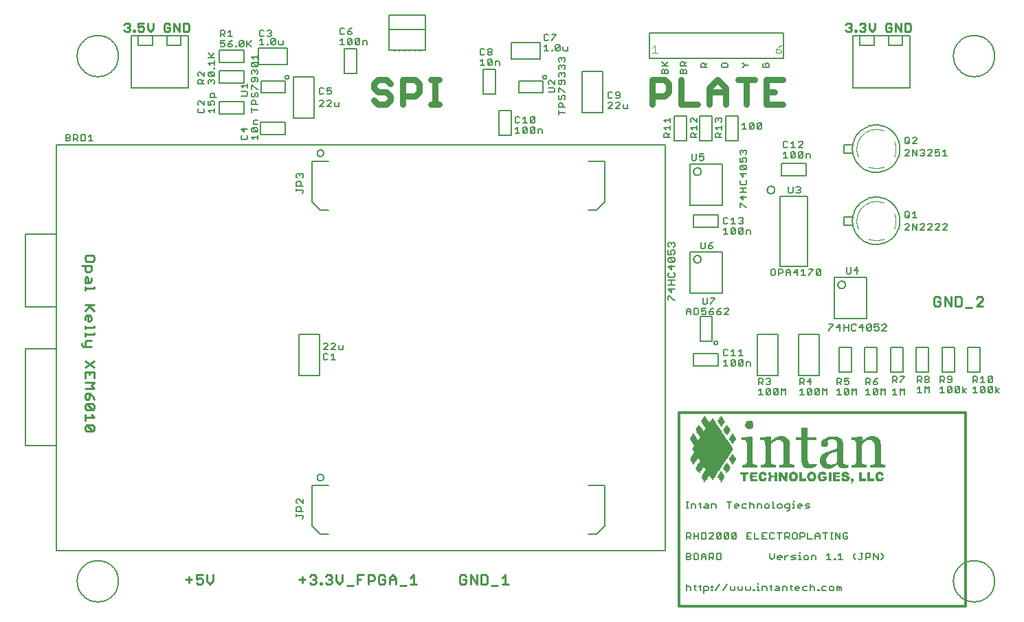
<source format=gto>
G75*
%MOIN*%
%OFA0B0*%
%FSLAX24Y24*%
%IPPOS*%
%LPD*%
%AMOC8*
5,1,8,0,0,1.08239X$1,22.5*
%
%ADD10C,0.0080*%
%ADD11C,0.0110*%
%ADD12C,0.0290*%
%ADD13C,0.0120*%
%ADD14C,0.0079*%
%ADD15C,0.0070*%
%ADD16C,0.0050*%
%ADD17C,0.0060*%
%ADD18C,0.0090*%
%ADD19R,0.0090X0.0030*%
%ADD20R,0.0030X0.0030*%
%ADD21R,0.0060X0.0030*%
%ADD22R,0.0120X0.0030*%
%ADD23R,0.0360X0.0030*%
%ADD24R,0.0240X0.0030*%
%ADD25R,0.0150X0.0030*%
%ADD26R,0.0330X0.0030*%
%ADD27R,0.0270X0.0030*%
%ADD28R,0.0300X0.0030*%
%ADD29R,0.0180X0.0030*%
%ADD30R,0.0420X0.0030*%
%ADD31R,0.0390X0.0030*%
%ADD32R,0.0210X0.0030*%
%ADD33R,0.0690X0.0030*%
%ADD34R,0.0660X0.0030*%
%ADD35R,0.0720X0.0030*%
%ADD36R,0.0750X0.0030*%
%ADD37R,0.0780X0.0030*%
%ADD38R,0.0840X0.0030*%
%ADD39R,0.0510X0.0030*%
%ADD40R,0.0450X0.0030*%
%ADD41R,0.1230X0.0030*%
%ADD42R,0.0630X0.0030*%
%ADD43R,0.0480X0.0030*%
%ADD44R,0.1260X0.0030*%
%ADD45R,0.1320X0.0030*%
%ADD46R,0.1380X0.0030*%
%ADD47R,0.1770X0.0030*%
%ADD48R,0.1800X0.0030*%
%ADD49R,0.1860X0.0030*%
%ADD50R,0.1890X0.0030*%
%ADD51R,0.0600X0.0030*%
%ADD52R,0.1920X0.0030*%
%ADD53R,0.1980X0.0030*%
%ADD54R,0.1950X0.0030*%
%ADD55R,0.0810X0.0030*%
%ADD56R,0.0990X0.0030*%
%ADD57R,0.0540X0.0030*%
%ADD58R,0.1290X0.0030*%
%ADD59C,0.0020*%
%ADD60C,0.0030*%
D10*
X014603Y012893D02*
X014656Y012840D01*
X014763Y012840D01*
X014817Y012893D01*
X014971Y012840D02*
X015185Y012840D01*
X015078Y012840D02*
X015078Y013160D01*
X014971Y013054D01*
X014817Y013107D02*
X014763Y013160D01*
X014656Y013160D01*
X014603Y013107D01*
X014603Y012893D01*
X014603Y013340D02*
X014817Y013554D01*
X014817Y013607D01*
X014763Y013660D01*
X014656Y013660D01*
X014603Y013607D01*
X014603Y013340D02*
X014817Y013340D01*
X014971Y013340D02*
X015185Y013554D01*
X015185Y013607D01*
X015131Y013660D01*
X015025Y013660D01*
X014971Y013607D01*
X014971Y013340D02*
X015185Y013340D01*
X015340Y013393D02*
X015393Y013340D01*
X015553Y013340D01*
X015553Y013554D01*
X015340Y013554D02*
X015340Y013393D01*
X003421Y023475D02*
X003208Y023475D01*
X003314Y023475D02*
X003314Y023795D01*
X003208Y023689D01*
X003053Y023742D02*
X003000Y023795D01*
X002839Y023795D01*
X002839Y023475D01*
X003000Y023475D01*
X003053Y023528D01*
X003053Y023742D01*
X002685Y023742D02*
X002631Y023795D01*
X002471Y023795D01*
X002471Y023475D01*
X002471Y023582D02*
X002631Y023582D01*
X002685Y023635D01*
X002685Y023742D01*
X002578Y023582D02*
X002685Y023475D01*
X002316Y023528D02*
X002263Y023475D01*
X002103Y023475D01*
X002103Y023795D01*
X002263Y023795D01*
X002316Y023742D01*
X002316Y023689D01*
X002263Y023635D01*
X002103Y023635D01*
X002263Y023635D02*
X002316Y023582D01*
X002316Y023528D01*
X008503Y024893D02*
X008556Y024840D01*
X008770Y024840D01*
X008823Y024893D01*
X008823Y025000D01*
X008770Y025054D01*
X008823Y025208D02*
X008609Y025422D01*
X008556Y025422D01*
X008503Y025368D01*
X008503Y025262D01*
X008556Y025208D01*
X008556Y025054D02*
X008503Y025000D01*
X008503Y024893D01*
X008823Y025208D02*
X008823Y025422D01*
X009003Y025422D02*
X009003Y025208D01*
X009163Y025208D01*
X009109Y025315D01*
X009109Y025368D01*
X009163Y025422D01*
X009270Y025422D01*
X009323Y025368D01*
X009323Y025262D01*
X009270Y025208D01*
X009323Y025054D02*
X009323Y024840D01*
X009323Y024947D02*
X009003Y024947D01*
X009109Y024840D01*
X009109Y025577D02*
X009109Y025737D01*
X009163Y025790D01*
X009270Y025790D01*
X009323Y025737D01*
X009323Y025577D01*
X009430Y025577D02*
X009109Y025577D01*
X009056Y026240D02*
X009003Y026293D01*
X009003Y026400D01*
X009056Y026454D01*
X009109Y026454D01*
X009163Y026400D01*
X009216Y026454D01*
X009270Y026454D01*
X009323Y026400D01*
X009323Y026293D01*
X009270Y026240D01*
X009163Y026347D02*
X009163Y026400D01*
X009270Y026608D02*
X009056Y026608D01*
X009003Y026662D01*
X009003Y026768D01*
X009056Y026822D01*
X009270Y026608D01*
X009323Y026662D01*
X009323Y026768D01*
X009270Y026822D01*
X009056Y026822D01*
X008823Y026822D02*
X008823Y026608D01*
X008609Y026822D01*
X008556Y026822D01*
X008503Y026768D01*
X008503Y026662D01*
X008556Y026608D01*
X008556Y026454D02*
X008663Y026454D01*
X008716Y026400D01*
X008716Y026240D01*
X008716Y026347D02*
X008823Y026454D01*
X008823Y026240D02*
X008503Y026240D01*
X008503Y026400D01*
X008556Y026454D01*
X009270Y026977D02*
X009270Y027030D01*
X009323Y027030D01*
X009323Y026977D01*
X009270Y026977D01*
X009323Y027161D02*
X009323Y027374D01*
X009323Y027268D02*
X009003Y027268D01*
X009109Y027161D01*
X009003Y027529D02*
X009323Y027529D01*
X009216Y027529D02*
X009003Y027743D01*
X009163Y027582D02*
X009323Y027743D01*
X009656Y028040D02*
X009603Y028093D01*
X009656Y028040D02*
X009763Y028040D01*
X009817Y028093D01*
X009817Y028200D01*
X009763Y028254D01*
X009710Y028254D01*
X009603Y028200D01*
X009603Y028360D01*
X009817Y028360D01*
X009817Y028540D02*
X009710Y028647D01*
X009763Y028647D02*
X009603Y028647D01*
X009603Y028540D02*
X009603Y028860D01*
X009763Y028860D01*
X009817Y028807D01*
X009817Y028700D01*
X009763Y028647D01*
X009971Y028754D02*
X010078Y028860D01*
X010078Y028540D01*
X009971Y028540D02*
X010185Y028540D01*
X010185Y028360D02*
X010078Y028307D01*
X009971Y028200D01*
X010131Y028200D01*
X010185Y028147D01*
X010185Y028093D01*
X010131Y028040D01*
X010025Y028040D01*
X009971Y028093D01*
X009971Y028200D01*
X010340Y028093D02*
X010393Y028093D01*
X010393Y028040D01*
X010340Y028040D01*
X010340Y028093D01*
X010524Y028093D02*
X010737Y028307D01*
X010737Y028093D01*
X010684Y028040D01*
X010577Y028040D01*
X010524Y028093D01*
X010524Y028307D01*
X010577Y028360D01*
X010684Y028360D01*
X010737Y028307D01*
X010892Y028360D02*
X010892Y028040D01*
X010892Y028147D02*
X011106Y028360D01*
X010945Y028200D02*
X011106Y028040D01*
X011503Y028140D02*
X011717Y028140D01*
X011610Y028140D02*
X011610Y028460D01*
X011503Y028354D01*
X011556Y028540D02*
X011663Y028540D01*
X011717Y028593D01*
X011871Y028593D02*
X011925Y028540D01*
X012031Y028540D01*
X012085Y028593D01*
X012085Y028647D01*
X012031Y028700D01*
X011978Y028700D01*
X012031Y028700D02*
X012085Y028754D01*
X012085Y028807D01*
X012031Y028860D01*
X011925Y028860D01*
X011871Y028807D01*
X011717Y028807D02*
X011663Y028860D01*
X011556Y028860D01*
X011503Y028807D01*
X011503Y028593D01*
X011556Y028540D01*
X012055Y028407D02*
X012109Y028460D01*
X012216Y028460D01*
X012269Y028407D01*
X012055Y028193D01*
X012109Y028140D01*
X012216Y028140D01*
X012269Y028193D01*
X012269Y028407D01*
X012424Y028354D02*
X012424Y028193D01*
X012477Y028140D01*
X012637Y028140D01*
X012637Y028354D01*
X012055Y028407D02*
X012055Y028193D01*
X011925Y028193D02*
X011925Y028140D01*
X011871Y028140D01*
X011871Y028193D01*
X011925Y028193D01*
X011433Y027660D02*
X011433Y027447D01*
X011433Y027554D02*
X011113Y027554D01*
X011219Y027447D01*
X011166Y027292D02*
X011380Y027079D01*
X011433Y027132D01*
X011433Y027239D01*
X011380Y027292D01*
X011166Y027292D01*
X011113Y027239D01*
X011113Y027132D01*
X011166Y027079D01*
X011380Y027079D01*
X011380Y026924D02*
X011433Y026870D01*
X011433Y026764D01*
X011380Y026710D01*
X011273Y026817D02*
X011273Y026870D01*
X011326Y026924D01*
X011380Y026924D01*
X011273Y026870D02*
X011219Y026924D01*
X011166Y026924D01*
X011113Y026870D01*
X011113Y026764D01*
X011166Y026710D01*
X011166Y026556D02*
X011113Y026502D01*
X011113Y026395D01*
X011166Y026342D01*
X011219Y026342D01*
X011273Y026395D01*
X011273Y026556D01*
X011380Y026556D02*
X011166Y026556D01*
X011380Y026556D02*
X011433Y026502D01*
X011433Y026395D01*
X011380Y026342D01*
X011166Y026187D02*
X011380Y025974D01*
X011433Y025974D01*
X011380Y025819D02*
X011433Y025766D01*
X011433Y025659D01*
X011380Y025605D01*
X011273Y025659D02*
X011273Y025766D01*
X011326Y025819D01*
X011380Y025819D01*
X011273Y025659D02*
X011219Y025605D01*
X011166Y025605D01*
X011113Y025659D01*
X011113Y025766D01*
X011166Y025819D01*
X011113Y025974D02*
X011113Y026187D01*
X011166Y026187D01*
X010933Y026144D02*
X010613Y026144D01*
X010719Y026037D01*
X010613Y025882D02*
X010880Y025882D01*
X010933Y025829D01*
X010933Y025722D01*
X010880Y025669D01*
X010613Y025669D01*
X010933Y026037D02*
X010933Y026251D01*
X011166Y025451D02*
X011273Y025451D01*
X011326Y025397D01*
X011326Y025237D01*
X011433Y025237D02*
X011113Y025237D01*
X011113Y025397D01*
X011166Y025451D01*
X011113Y025082D02*
X011113Y024869D01*
X011113Y024975D02*
X011433Y024975D01*
X011423Y024490D02*
X011263Y024490D01*
X011209Y024437D01*
X011209Y024277D01*
X011423Y024277D01*
X011370Y024122D02*
X011423Y024068D01*
X011423Y023962D01*
X011370Y023908D01*
X011156Y024122D01*
X011370Y024122D01*
X011370Y023908D02*
X011156Y023908D01*
X011103Y023962D01*
X011103Y024068D01*
X011156Y024122D01*
X010923Y024068D02*
X010603Y024068D01*
X010763Y023908D01*
X010763Y024122D01*
X010870Y023754D02*
X010923Y023700D01*
X010923Y023593D01*
X010870Y023540D01*
X010656Y023540D01*
X010603Y023593D01*
X010603Y023700D01*
X010656Y023754D01*
X011103Y023647D02*
X011423Y023647D01*
X011423Y023540D02*
X011423Y023754D01*
X011209Y023540D02*
X011103Y023647D01*
X014403Y025140D02*
X014617Y025354D01*
X014617Y025407D01*
X014563Y025460D01*
X014456Y025460D01*
X014403Y025407D01*
X014403Y025140D02*
X014617Y025140D01*
X014771Y025140D02*
X014985Y025354D01*
X014985Y025407D01*
X014931Y025460D01*
X014825Y025460D01*
X014771Y025407D01*
X014771Y025140D02*
X014985Y025140D01*
X015140Y025193D02*
X015193Y025140D01*
X015353Y025140D01*
X015353Y025354D01*
X015140Y025354D02*
X015140Y025193D01*
X014931Y025740D02*
X014825Y025740D01*
X014771Y025793D01*
X014771Y025900D02*
X014878Y025954D01*
X014931Y025954D01*
X014985Y025900D01*
X014985Y025793D01*
X014931Y025740D01*
X014771Y025900D02*
X014771Y026060D01*
X014985Y026060D01*
X014617Y026007D02*
X014563Y026060D01*
X014456Y026060D01*
X014403Y026007D01*
X014403Y025793D01*
X014456Y025740D01*
X014563Y025740D01*
X014617Y025793D01*
X015403Y028140D02*
X015617Y028140D01*
X015510Y028140D02*
X015510Y028460D01*
X015403Y028354D01*
X015456Y028640D02*
X015403Y028693D01*
X015403Y028907D01*
X015456Y028960D01*
X015563Y028960D01*
X015617Y028907D01*
X015771Y028800D02*
X015878Y028907D01*
X015985Y028960D01*
X015931Y028800D02*
X015771Y028800D01*
X015771Y028693D01*
X015825Y028640D01*
X015931Y028640D01*
X015985Y028693D01*
X015985Y028747D01*
X015931Y028800D01*
X015617Y028693D02*
X015563Y028640D01*
X015456Y028640D01*
X015771Y028407D02*
X015825Y028460D01*
X015931Y028460D01*
X015985Y028407D01*
X015771Y028193D01*
X015825Y028140D01*
X015931Y028140D01*
X015985Y028193D01*
X015985Y028407D01*
X016140Y028407D02*
X016193Y028460D01*
X016300Y028460D01*
X016353Y028407D01*
X016140Y028193D01*
X016193Y028140D01*
X016300Y028140D01*
X016353Y028193D01*
X016353Y028407D01*
X016508Y028354D02*
X016508Y028140D01*
X016721Y028140D02*
X016721Y028300D01*
X016668Y028354D01*
X016508Y028354D01*
X016140Y028407D02*
X016140Y028193D01*
X015771Y028193D02*
X015771Y028407D01*
X022203Y027907D02*
X022203Y027693D01*
X022256Y027640D01*
X022363Y027640D01*
X022417Y027693D01*
X022571Y027693D02*
X022571Y027747D01*
X022625Y027800D01*
X022731Y027800D01*
X022785Y027747D01*
X022785Y027693D01*
X022731Y027640D01*
X022625Y027640D01*
X022571Y027693D01*
X022625Y027800D02*
X022571Y027854D01*
X022571Y027907D01*
X022625Y027960D01*
X022731Y027960D01*
X022785Y027907D01*
X022785Y027854D01*
X022731Y027800D01*
X022417Y027907D02*
X022363Y027960D01*
X022256Y027960D01*
X022203Y027907D01*
X022310Y027460D02*
X022310Y027140D01*
X022203Y027140D02*
X022417Y027140D01*
X022571Y027193D02*
X022785Y027407D01*
X022785Y027193D01*
X022731Y027140D01*
X022625Y027140D01*
X022571Y027193D01*
X022571Y027407D01*
X022625Y027460D01*
X022731Y027460D01*
X022785Y027407D01*
X022940Y027354D02*
X023100Y027354D01*
X023153Y027300D01*
X023153Y027140D01*
X022940Y027140D02*
X022940Y027354D01*
X022310Y027460D02*
X022203Y027354D01*
X025303Y027840D02*
X025517Y027840D01*
X025410Y027840D02*
X025410Y028160D01*
X025303Y028054D01*
X025356Y028340D02*
X025463Y028340D01*
X025517Y028393D01*
X025671Y028393D02*
X025885Y028607D01*
X025885Y028660D01*
X025671Y028660D01*
X025517Y028607D02*
X025463Y028660D01*
X025356Y028660D01*
X025303Y028607D01*
X025303Y028393D01*
X025356Y028340D01*
X025671Y028340D02*
X025671Y028393D01*
X025909Y028160D02*
X026016Y028160D01*
X026069Y028107D01*
X025855Y027893D01*
X025909Y027840D01*
X026016Y027840D01*
X026069Y027893D01*
X026069Y028107D01*
X026224Y028054D02*
X026224Y027893D01*
X026277Y027840D01*
X026437Y027840D01*
X026437Y028054D01*
X025909Y028160D02*
X025855Y028107D01*
X025855Y027893D01*
X025725Y027893D02*
X025725Y027840D01*
X025671Y027840D01*
X025671Y027893D01*
X025725Y027893D01*
X026056Y027532D02*
X026109Y027532D01*
X026163Y027478D01*
X026216Y027532D01*
X026270Y027532D01*
X026323Y027478D01*
X026323Y027372D01*
X026270Y027318D01*
X026163Y027425D02*
X026163Y027478D01*
X026056Y027532D02*
X026003Y027478D01*
X026003Y027372D01*
X026056Y027318D01*
X026056Y027163D02*
X026109Y027163D01*
X026163Y027110D01*
X026216Y027163D01*
X026270Y027163D01*
X026323Y027110D01*
X026323Y027003D01*
X026270Y026950D01*
X026163Y027057D02*
X026163Y027110D01*
X026056Y027163D02*
X026003Y027110D01*
X026003Y027003D01*
X026056Y026950D01*
X026056Y026795D02*
X026109Y026795D01*
X026163Y026742D01*
X026216Y026795D01*
X026270Y026795D01*
X026323Y026742D01*
X026323Y026635D01*
X026270Y026582D01*
X026163Y026688D02*
X026163Y026742D01*
X026056Y026795D02*
X026003Y026742D01*
X026003Y026635D01*
X026056Y026582D01*
X026056Y026427D02*
X026003Y026373D01*
X026003Y026267D01*
X026056Y026213D01*
X026109Y026213D01*
X026163Y026267D01*
X026163Y026427D01*
X026270Y026427D02*
X026056Y026427D01*
X026270Y026427D02*
X026323Y026373D01*
X026323Y026267D01*
X026270Y026213D01*
X026056Y026058D02*
X026270Y025845D01*
X026323Y025845D01*
X026270Y025690D02*
X026323Y025637D01*
X026323Y025530D01*
X026270Y025477D01*
X026163Y025530D02*
X026163Y025637D01*
X026216Y025690D01*
X026270Y025690D01*
X026163Y025530D02*
X026109Y025477D01*
X026056Y025477D01*
X026003Y025530D01*
X026003Y025637D01*
X026056Y025690D01*
X026003Y025845D02*
X026003Y026058D01*
X026056Y026058D01*
X025823Y026000D02*
X025770Y026054D01*
X025503Y026054D01*
X025556Y026208D02*
X025503Y026262D01*
X025503Y026368D01*
X025556Y026422D01*
X025609Y026422D01*
X025823Y026208D01*
X025823Y026422D01*
X025823Y026000D02*
X025823Y025893D01*
X025770Y025840D01*
X025503Y025840D01*
X026056Y025322D02*
X026163Y025322D01*
X026216Y025268D01*
X026216Y025108D01*
X026323Y025108D02*
X026003Y025108D01*
X026003Y025268D01*
X026056Y025322D01*
X026003Y024954D02*
X026003Y024740D01*
X026003Y024847D02*
X026323Y024847D01*
X025221Y024000D02*
X025221Y023840D01*
X025221Y024000D02*
X025168Y024054D01*
X025008Y024054D01*
X025008Y023840D01*
X024853Y023893D02*
X024800Y023840D01*
X024693Y023840D01*
X024640Y023893D01*
X024853Y024107D01*
X024853Y023893D01*
X024640Y023893D02*
X024640Y024107D01*
X024693Y024160D01*
X024800Y024160D01*
X024853Y024107D01*
X024800Y024340D02*
X024693Y024340D01*
X024640Y024393D01*
X024853Y024607D01*
X024853Y024393D01*
X024800Y024340D01*
X024640Y024393D02*
X024640Y024607D01*
X024693Y024660D01*
X024800Y024660D01*
X024853Y024607D01*
X024485Y024340D02*
X024271Y024340D01*
X024378Y024340D02*
X024378Y024660D01*
X024271Y024554D01*
X024117Y024607D02*
X024063Y024660D01*
X023956Y024660D01*
X023903Y024607D01*
X023903Y024393D01*
X023956Y024340D01*
X024063Y024340D01*
X024117Y024393D01*
X024010Y024160D02*
X024010Y023840D01*
X023903Y023840D02*
X024117Y023840D01*
X024271Y023893D02*
X024485Y024107D01*
X024485Y023893D01*
X024431Y023840D01*
X024325Y023840D01*
X024271Y023893D01*
X024271Y024107D01*
X024325Y024160D01*
X024431Y024160D01*
X024485Y024107D01*
X024010Y024160D02*
X023903Y024054D01*
X028403Y025040D02*
X028617Y025254D01*
X028617Y025307D01*
X028563Y025360D01*
X028456Y025360D01*
X028403Y025307D01*
X028456Y025540D02*
X028563Y025540D01*
X028617Y025593D01*
X028771Y025593D02*
X028825Y025540D01*
X028931Y025540D01*
X028985Y025593D01*
X028985Y025807D01*
X028931Y025860D01*
X028825Y025860D01*
X028771Y025807D01*
X028771Y025754D01*
X028825Y025700D01*
X028985Y025700D01*
X028931Y025360D02*
X028825Y025360D01*
X028771Y025307D01*
X028931Y025360D02*
X028985Y025307D01*
X028985Y025254D01*
X028771Y025040D01*
X028985Y025040D01*
X029140Y025093D02*
X029193Y025040D01*
X029353Y025040D01*
X029353Y025254D01*
X029140Y025254D02*
X029140Y025093D01*
X028617Y025040D02*
X028403Y025040D01*
X028456Y025540D02*
X028403Y025593D01*
X028403Y025807D01*
X028456Y025860D01*
X028563Y025860D01*
X028617Y025807D01*
X031003Y026740D02*
X031003Y026900D01*
X031056Y026954D01*
X031109Y026954D01*
X031163Y026900D01*
X031163Y026740D01*
X031323Y026740D02*
X031323Y026900D01*
X031270Y026954D01*
X031216Y026954D01*
X031163Y026900D01*
X031216Y027108D02*
X031003Y027322D01*
X031003Y027108D02*
X031323Y027108D01*
X031163Y027162D02*
X031323Y027322D01*
X031323Y026740D02*
X031003Y026740D01*
X031903Y026740D02*
X031903Y026900D01*
X031956Y026954D01*
X032009Y026954D01*
X032063Y026900D01*
X032063Y026740D01*
X032223Y026740D02*
X032223Y026900D01*
X032170Y026954D01*
X032116Y026954D01*
X032063Y026900D01*
X032116Y027108D02*
X032116Y027268D01*
X032063Y027322D01*
X031956Y027322D01*
X031903Y027268D01*
X031903Y027108D01*
X032223Y027108D01*
X032116Y027215D02*
X032223Y027322D01*
X032223Y026740D02*
X031903Y026740D01*
X032903Y027040D02*
X032903Y027200D01*
X032956Y027254D01*
X033063Y027254D01*
X033116Y027200D01*
X033116Y027040D01*
X033116Y027147D02*
X033223Y027254D01*
X033223Y027040D02*
X032903Y027040D01*
X033903Y027093D02*
X033956Y027040D01*
X034170Y027040D01*
X034223Y027093D01*
X034223Y027200D01*
X034170Y027254D01*
X033956Y027254D01*
X033903Y027200D01*
X033903Y027093D01*
X034903Y027040D02*
X034956Y027040D01*
X035063Y027147D01*
X035223Y027147D01*
X035063Y027147D02*
X034956Y027254D01*
X034903Y027254D01*
X035903Y027200D02*
X035903Y027093D01*
X035956Y027040D01*
X036170Y027040D01*
X036223Y027093D01*
X036223Y027200D01*
X036170Y027254D01*
X036063Y027254D01*
X036063Y027147D01*
X035956Y027254D02*
X035903Y027200D01*
X033870Y024590D02*
X033923Y024537D01*
X033923Y024430D01*
X033870Y024377D01*
X033763Y024483D02*
X033763Y024537D01*
X033816Y024590D01*
X033870Y024590D01*
X033763Y024537D02*
X033709Y024590D01*
X033656Y024590D01*
X033603Y024537D01*
X033603Y024430D01*
X033656Y024377D01*
X033603Y024115D02*
X033923Y024115D01*
X033923Y024008D02*
X033923Y024222D01*
X033709Y024008D02*
X033603Y024115D01*
X033656Y023854D02*
X033763Y023854D01*
X033816Y023800D01*
X033816Y023640D01*
X033816Y023747D02*
X033923Y023854D01*
X033923Y023640D02*
X033603Y023640D01*
X033603Y023800D01*
X033656Y023854D01*
X032723Y023854D02*
X032616Y023747D01*
X032616Y023800D02*
X032616Y023640D01*
X032723Y023640D02*
X032403Y023640D01*
X032403Y023800D01*
X032456Y023854D01*
X032563Y023854D01*
X032616Y023800D01*
X032509Y024008D02*
X032403Y024115D01*
X032723Y024115D01*
X032723Y024008D02*
X032723Y024222D01*
X032723Y024377D02*
X032509Y024590D01*
X032456Y024590D01*
X032403Y024537D01*
X032403Y024430D01*
X032456Y024377D01*
X032723Y024377D02*
X032723Y024590D01*
X031423Y024590D02*
X031423Y024377D01*
X031423Y024483D02*
X031103Y024483D01*
X031209Y024377D01*
X031423Y024222D02*
X031423Y024008D01*
X031423Y024115D02*
X031103Y024115D01*
X031209Y024008D01*
X031156Y023854D02*
X031263Y023854D01*
X031316Y023800D01*
X031316Y023640D01*
X031316Y023747D02*
X031423Y023854D01*
X031423Y023640D02*
X031103Y023640D01*
X031103Y023800D01*
X031156Y023854D01*
X032467Y022856D02*
X032467Y022589D01*
X032521Y022536D01*
X032628Y022536D01*
X032681Y022589D01*
X032681Y022856D01*
X032836Y022856D02*
X032836Y022696D01*
X032943Y022749D01*
X032996Y022749D01*
X033049Y022696D01*
X033049Y022589D01*
X032996Y022536D01*
X032889Y022536D01*
X032836Y022589D01*
X032836Y022856D02*
X033049Y022856D01*
X034803Y022872D02*
X034803Y022978D01*
X034856Y023032D01*
X034909Y023032D01*
X034963Y022978D01*
X035016Y023032D01*
X035070Y023032D01*
X035123Y022978D01*
X035123Y022872D01*
X035070Y022818D01*
X034963Y022925D02*
X034963Y022978D01*
X034803Y022872D02*
X034856Y022818D01*
X034803Y022663D02*
X034803Y022450D01*
X034963Y022450D01*
X034909Y022557D01*
X034909Y022610D01*
X034963Y022663D01*
X035070Y022663D01*
X035123Y022610D01*
X035123Y022503D01*
X035070Y022450D01*
X035070Y022295D02*
X035123Y022242D01*
X035123Y022135D01*
X035070Y022082D01*
X034856Y022295D01*
X035070Y022295D01*
X035070Y022082D02*
X034856Y022082D01*
X034803Y022135D01*
X034803Y022242D01*
X034856Y022295D01*
X034963Y021927D02*
X034963Y021713D01*
X034803Y021873D01*
X035123Y021873D01*
X035070Y021558D02*
X035123Y021505D01*
X035123Y021398D01*
X035070Y021345D01*
X034856Y021345D01*
X034803Y021398D01*
X034803Y021505D01*
X034856Y021558D01*
X034803Y021190D02*
X035123Y021190D01*
X034963Y021190D02*
X034963Y020977D01*
X034963Y020822D02*
X034963Y020608D01*
X034803Y020768D01*
X035123Y020768D01*
X035123Y020977D02*
X034803Y020977D01*
X034803Y020454D02*
X034856Y020454D01*
X035070Y020240D01*
X035123Y020240D01*
X034803Y020240D02*
X034803Y020454D01*
X034793Y019760D02*
X034740Y019707D01*
X034793Y019760D02*
X034900Y019760D01*
X034953Y019707D01*
X034953Y019654D01*
X034900Y019600D01*
X034953Y019547D01*
X034953Y019493D01*
X034900Y019440D01*
X034793Y019440D01*
X034740Y019493D01*
X034846Y019600D02*
X034900Y019600D01*
X034900Y019260D02*
X034953Y019207D01*
X034740Y018993D01*
X034793Y018940D01*
X034900Y018940D01*
X034953Y018993D01*
X034953Y019207D01*
X034900Y019260D02*
X034793Y019260D01*
X034740Y019207D01*
X034740Y018993D01*
X034585Y018993D02*
X034531Y018940D01*
X034425Y018940D01*
X034371Y018993D01*
X034585Y019207D01*
X034585Y018993D01*
X034371Y018993D02*
X034371Y019207D01*
X034425Y019260D01*
X034531Y019260D01*
X034585Y019207D01*
X034585Y019440D02*
X034371Y019440D01*
X034478Y019440D02*
X034478Y019760D01*
X034371Y019654D01*
X034217Y019707D02*
X034163Y019760D01*
X034056Y019760D01*
X034003Y019707D01*
X034003Y019493D01*
X034056Y019440D01*
X034163Y019440D01*
X034217Y019493D01*
X034110Y019260D02*
X034110Y018940D01*
X034003Y018940D02*
X034217Y018940D01*
X034003Y019154D02*
X034110Y019260D01*
X033485Y018560D02*
X033378Y018507D01*
X033271Y018400D01*
X033431Y018400D01*
X033485Y018347D01*
X033485Y018293D01*
X033431Y018240D01*
X033325Y018240D01*
X033271Y018293D01*
X033271Y018400D01*
X033117Y018293D02*
X033117Y018560D01*
X032903Y018560D02*
X032903Y018293D01*
X032956Y018240D01*
X033063Y018240D01*
X033117Y018293D01*
X031652Y018386D02*
X031599Y018333D01*
X031652Y018386D02*
X031652Y018493D01*
X031599Y018546D01*
X031546Y018546D01*
X031492Y018493D01*
X031492Y018439D01*
X031492Y018493D02*
X031439Y018546D01*
X031385Y018546D01*
X031332Y018493D01*
X031332Y018386D01*
X031385Y018333D01*
X031332Y018178D02*
X031332Y017964D01*
X031492Y017964D01*
X031439Y018071D01*
X031439Y018125D01*
X031492Y018178D01*
X031599Y018178D01*
X031652Y018125D01*
X031652Y018018D01*
X031599Y017964D01*
X031599Y017810D02*
X031652Y017756D01*
X031652Y017649D01*
X031599Y017596D01*
X031385Y017810D01*
X031599Y017810D01*
X031385Y017810D02*
X031332Y017756D01*
X031332Y017649D01*
X031385Y017596D01*
X031599Y017596D01*
X031492Y017441D02*
X031492Y017228D01*
X031332Y017388D01*
X031652Y017388D01*
X031599Y017073D02*
X031652Y017020D01*
X031652Y016913D01*
X031599Y016859D01*
X031385Y016859D01*
X031332Y016913D01*
X031332Y017020D01*
X031385Y017073D01*
X031332Y016705D02*
X031652Y016705D01*
X031492Y016705D02*
X031492Y016491D01*
X031492Y016336D02*
X031492Y016123D01*
X031332Y016283D01*
X031652Y016283D01*
X031652Y016491D02*
X031332Y016491D01*
X031332Y015968D02*
X031385Y015968D01*
X031599Y015754D01*
X031652Y015754D01*
X031332Y015754D02*
X031332Y015968D01*
X032203Y015254D02*
X032310Y015360D01*
X032417Y015254D01*
X032417Y015040D01*
X032571Y015040D02*
X032731Y015040D01*
X032785Y015093D01*
X032785Y015307D01*
X032731Y015360D01*
X032571Y015360D01*
X032571Y015040D01*
X032417Y015200D02*
X032203Y015200D01*
X032203Y015254D02*
X032203Y015040D01*
X032940Y015093D02*
X032993Y015040D01*
X033100Y015040D01*
X033153Y015093D01*
X033153Y015200D01*
X033100Y015254D01*
X033046Y015254D01*
X032940Y015200D01*
X032940Y015360D01*
X033153Y015360D01*
X033163Y015540D02*
X033217Y015593D01*
X033217Y015860D01*
X033371Y015860D02*
X033585Y015860D01*
X033585Y015807D01*
X033371Y015593D01*
X033371Y015540D01*
X033163Y015540D02*
X033056Y015540D01*
X033003Y015593D01*
X033003Y015860D01*
X033415Y015307D02*
X033308Y015200D01*
X033468Y015200D01*
X033521Y015147D01*
X033521Y015093D01*
X033468Y015040D01*
X033361Y015040D01*
X033308Y015093D01*
X033308Y015200D01*
X033415Y015307D02*
X033521Y015360D01*
X033676Y015200D02*
X033836Y015200D01*
X033890Y015147D01*
X033890Y015093D01*
X033836Y015040D01*
X033730Y015040D01*
X033676Y015093D01*
X033676Y015200D01*
X033783Y015307D01*
X033890Y015360D01*
X034045Y015307D02*
X034098Y015360D01*
X034205Y015360D01*
X034258Y015307D01*
X034258Y015254D01*
X034045Y015040D01*
X034258Y015040D01*
X034163Y013360D02*
X034056Y013360D01*
X034003Y013307D01*
X034003Y013093D01*
X034056Y013040D01*
X034163Y013040D01*
X034217Y013093D01*
X034371Y013040D02*
X034585Y013040D01*
X034478Y013040D02*
X034478Y013360D01*
X034371Y013254D01*
X034217Y013307D02*
X034163Y013360D01*
X034110Y012860D02*
X034110Y012540D01*
X034003Y012540D02*
X034217Y012540D01*
X034371Y012593D02*
X034585Y012807D01*
X034585Y012593D01*
X034531Y012540D01*
X034425Y012540D01*
X034371Y012593D01*
X034371Y012807D01*
X034425Y012860D01*
X034531Y012860D01*
X034585Y012807D01*
X034740Y012807D02*
X034793Y012860D01*
X034900Y012860D01*
X034953Y012807D01*
X034740Y012593D01*
X034793Y012540D01*
X034900Y012540D01*
X034953Y012593D01*
X034953Y012807D01*
X035108Y012754D02*
X035268Y012754D01*
X035321Y012700D01*
X035321Y012540D01*
X035108Y012540D02*
X035108Y012754D01*
X034953Y013040D02*
X034740Y013040D01*
X034846Y013040D02*
X034846Y013360D01*
X034740Y013254D01*
X034740Y012807D02*
X034740Y012593D01*
X034110Y012860D02*
X034003Y012754D01*
X035703Y011960D02*
X035703Y011640D01*
X035703Y011747D02*
X035863Y011747D01*
X035917Y011800D01*
X035917Y011907D01*
X035863Y011960D01*
X035703Y011960D01*
X035810Y011747D02*
X035917Y011640D01*
X036071Y011693D02*
X036125Y011640D01*
X036231Y011640D01*
X036285Y011693D01*
X036285Y011747D01*
X036231Y011800D01*
X036178Y011800D01*
X036231Y011800D02*
X036285Y011854D01*
X036285Y011907D01*
X036231Y011960D01*
X036125Y011960D01*
X036071Y011907D01*
X036125Y011460D02*
X036231Y011460D01*
X036285Y011407D01*
X036071Y011193D01*
X036125Y011140D01*
X036231Y011140D01*
X036285Y011193D01*
X036285Y011407D01*
X036440Y011407D02*
X036493Y011460D01*
X036600Y011460D01*
X036653Y011407D01*
X036440Y011193D01*
X036493Y011140D01*
X036600Y011140D01*
X036653Y011193D01*
X036653Y011407D01*
X036808Y011460D02*
X036808Y011140D01*
X037021Y011140D02*
X037021Y011460D01*
X036915Y011354D01*
X036808Y011460D01*
X036440Y011407D02*
X036440Y011193D01*
X036071Y011193D02*
X036071Y011407D01*
X036125Y011460D01*
X035810Y011460D02*
X035810Y011140D01*
X035703Y011140D02*
X035917Y011140D01*
X035703Y011354D02*
X035810Y011460D01*
X037703Y011354D02*
X037810Y011460D01*
X037810Y011140D01*
X037703Y011140D02*
X037917Y011140D01*
X038071Y011193D02*
X038285Y011407D01*
X038285Y011193D01*
X038231Y011140D01*
X038125Y011140D01*
X038071Y011193D01*
X038071Y011407D01*
X038125Y011460D01*
X038231Y011460D01*
X038285Y011407D01*
X038440Y011407D02*
X038493Y011460D01*
X038600Y011460D01*
X038653Y011407D01*
X038440Y011193D01*
X038493Y011140D01*
X038600Y011140D01*
X038653Y011193D01*
X038653Y011407D01*
X038808Y011460D02*
X038915Y011354D01*
X039021Y011460D01*
X039021Y011140D01*
X038808Y011140D02*
X038808Y011460D01*
X038440Y011407D02*
X038440Y011193D01*
X038231Y011640D02*
X038231Y011960D01*
X038071Y011800D01*
X038285Y011800D01*
X037917Y011800D02*
X037917Y011907D01*
X037863Y011960D01*
X037703Y011960D01*
X037703Y011640D01*
X037703Y011747D02*
X037863Y011747D01*
X037917Y011800D01*
X037810Y011747D02*
X037917Y011640D01*
X039503Y011640D02*
X039503Y011960D01*
X039663Y011960D01*
X039717Y011907D01*
X039717Y011800D01*
X039663Y011747D01*
X039503Y011747D01*
X039610Y011747D02*
X039717Y011640D01*
X039871Y011693D02*
X039925Y011640D01*
X040031Y011640D01*
X040085Y011693D01*
X040085Y011800D01*
X040031Y011854D01*
X039978Y011854D01*
X039871Y011800D01*
X039871Y011960D01*
X040085Y011960D01*
X040903Y011960D02*
X040903Y011640D01*
X040903Y011747D02*
X041063Y011747D01*
X041117Y011800D01*
X041117Y011907D01*
X041063Y011960D01*
X040903Y011960D01*
X041010Y011747D02*
X041117Y011640D01*
X041271Y011693D02*
X041325Y011640D01*
X041431Y011640D01*
X041485Y011693D01*
X041485Y011747D01*
X041431Y011800D01*
X041271Y011800D01*
X041271Y011693D01*
X041271Y011800D02*
X041378Y011907D01*
X041485Y011960D01*
X041431Y011460D02*
X041485Y011407D01*
X041271Y011193D01*
X041325Y011140D01*
X041431Y011140D01*
X041485Y011193D01*
X041485Y011407D01*
X041431Y011460D02*
X041325Y011460D01*
X041271Y011407D01*
X041271Y011193D01*
X041117Y011140D02*
X040903Y011140D01*
X041010Y011140D02*
X041010Y011460D01*
X040903Y011354D01*
X040453Y011460D02*
X040453Y011140D01*
X040240Y011140D02*
X040240Y011460D01*
X040346Y011354D01*
X040453Y011460D01*
X040085Y011407D02*
X039871Y011193D01*
X039925Y011140D01*
X040031Y011140D01*
X040085Y011193D01*
X040085Y011407D01*
X040031Y011460D01*
X039925Y011460D01*
X039871Y011407D01*
X039871Y011193D01*
X039717Y011140D02*
X039503Y011140D01*
X039610Y011140D02*
X039610Y011460D01*
X039503Y011354D01*
X041640Y011460D02*
X041640Y011140D01*
X041853Y011140D02*
X041853Y011460D01*
X041746Y011354D01*
X041640Y011460D01*
X042203Y011354D02*
X042310Y011460D01*
X042310Y011140D01*
X042203Y011140D02*
X042417Y011140D01*
X042571Y011140D02*
X042571Y011460D01*
X042678Y011354D01*
X042785Y011460D01*
X042785Y011140D01*
X043403Y011240D02*
X043617Y011240D01*
X043510Y011240D02*
X043510Y011560D01*
X043403Y011454D01*
X043403Y011740D02*
X043403Y012060D01*
X043563Y012060D01*
X043617Y012007D01*
X043617Y011900D01*
X043563Y011847D01*
X043403Y011847D01*
X043510Y011847D02*
X043617Y011740D01*
X043771Y011793D02*
X043771Y011847D01*
X043825Y011900D01*
X043931Y011900D01*
X043985Y011847D01*
X043985Y011793D01*
X043931Y011740D01*
X043825Y011740D01*
X043771Y011793D01*
X043825Y011900D02*
X043771Y011954D01*
X043771Y012007D01*
X043825Y012060D01*
X043931Y012060D01*
X043985Y012007D01*
X043985Y011954D01*
X043931Y011900D01*
X044503Y011847D02*
X044663Y011847D01*
X044717Y011900D01*
X044717Y012007D01*
X044663Y012060D01*
X044503Y012060D01*
X044503Y011740D01*
X044610Y011847D02*
X044717Y011740D01*
X044871Y011793D02*
X044925Y011740D01*
X045031Y011740D01*
X045085Y011793D01*
X045085Y012007D01*
X045031Y012060D01*
X044925Y012060D01*
X044871Y012007D01*
X044871Y011954D01*
X044925Y011900D01*
X045085Y011900D01*
X045031Y011560D02*
X045085Y011507D01*
X044871Y011293D01*
X044925Y011240D01*
X045031Y011240D01*
X045085Y011293D01*
X045085Y011507D01*
X045031Y011560D02*
X044925Y011560D01*
X044871Y011507D01*
X044871Y011293D01*
X044717Y011240D02*
X044503Y011240D01*
X044610Y011240D02*
X044610Y011560D01*
X044503Y011454D01*
X043985Y011560D02*
X043985Y011240D01*
X043771Y011240D02*
X043771Y011560D01*
X043878Y011454D01*
X043985Y011560D01*
X045240Y011507D02*
X045240Y011293D01*
X045453Y011507D01*
X045453Y011293D01*
X045400Y011240D01*
X045293Y011240D01*
X045240Y011293D01*
X045240Y011507D02*
X045293Y011560D01*
X045400Y011560D01*
X045453Y011507D01*
X045608Y011560D02*
X045608Y011240D01*
X045608Y011347D02*
X045768Y011240D01*
X045608Y011347D02*
X045768Y011454D01*
X046103Y011454D02*
X046210Y011560D01*
X046210Y011240D01*
X046103Y011240D02*
X046317Y011240D01*
X046471Y011293D02*
X046685Y011507D01*
X046685Y011293D01*
X046631Y011240D01*
X046525Y011240D01*
X046471Y011293D01*
X046471Y011507D01*
X046525Y011560D01*
X046631Y011560D01*
X046685Y011507D01*
X046840Y011507D02*
X046840Y011293D01*
X047053Y011507D01*
X047053Y011293D01*
X047000Y011240D01*
X046893Y011240D01*
X046840Y011293D01*
X046840Y011507D02*
X046893Y011560D01*
X047000Y011560D01*
X047053Y011507D01*
X047208Y011560D02*
X047208Y011240D01*
X047208Y011347D02*
X047368Y011454D01*
X047208Y011347D02*
X047368Y011240D01*
X047000Y011740D02*
X046893Y011740D01*
X046840Y011793D01*
X047053Y012007D01*
X047053Y011793D01*
X047000Y011740D01*
X046840Y011793D02*
X046840Y012007D01*
X046893Y012060D01*
X047000Y012060D01*
X047053Y012007D01*
X046685Y011740D02*
X046471Y011740D01*
X046578Y011740D02*
X046578Y012060D01*
X046471Y011954D01*
X046317Y012007D02*
X046317Y011900D01*
X046263Y011847D01*
X046103Y011847D01*
X046210Y011847D02*
X046317Y011740D01*
X046103Y011740D02*
X046103Y012060D01*
X046263Y012060D01*
X046317Y012007D01*
X042785Y012007D02*
X042571Y011793D01*
X042571Y011740D01*
X042417Y011740D02*
X042310Y011847D01*
X042363Y011847D02*
X042203Y011847D01*
X042203Y011740D02*
X042203Y012060D01*
X042363Y012060D01*
X042417Y012007D01*
X042417Y011900D01*
X042363Y011847D01*
X042571Y012060D02*
X042785Y012060D01*
X042785Y012007D01*
X041909Y014261D02*
X041696Y014261D01*
X041909Y014474D01*
X041909Y014528D01*
X041856Y014581D01*
X041749Y014581D01*
X041696Y014528D01*
X041541Y014581D02*
X041327Y014581D01*
X041327Y014421D01*
X041434Y014474D01*
X041488Y014474D01*
X041541Y014421D01*
X041541Y014314D01*
X041488Y014261D01*
X041381Y014261D01*
X041327Y014314D01*
X041173Y014314D02*
X041119Y014261D01*
X041012Y014261D01*
X040959Y014314D01*
X041173Y014528D01*
X041173Y014314D01*
X041173Y014528D02*
X041119Y014581D01*
X041012Y014581D01*
X040959Y014528D01*
X040959Y014314D01*
X040804Y014421D02*
X040591Y014421D01*
X040751Y014581D01*
X040751Y014261D01*
X040436Y014314D02*
X040383Y014261D01*
X040276Y014261D01*
X040222Y014314D01*
X040222Y014528D01*
X040276Y014581D01*
X040383Y014581D01*
X040436Y014528D01*
X040068Y014581D02*
X040068Y014261D01*
X040068Y014421D02*
X039854Y014421D01*
X039699Y014421D02*
X039486Y014421D01*
X039646Y014581D01*
X039646Y014261D01*
X039854Y014261D02*
X039854Y014581D01*
X039331Y014581D02*
X039331Y014528D01*
X039117Y014314D01*
X039117Y014261D01*
X039117Y014581D02*
X039331Y014581D01*
X038673Y016940D02*
X038566Y016940D01*
X038513Y016993D01*
X038726Y017207D01*
X038726Y016993D01*
X038673Y016940D01*
X038513Y016993D02*
X038513Y017207D01*
X038566Y017260D01*
X038673Y017260D01*
X038726Y017207D01*
X038358Y017207D02*
X038358Y017260D01*
X038145Y017260D01*
X038358Y017207D02*
X038145Y016993D01*
X038145Y016940D01*
X037990Y016940D02*
X037776Y016940D01*
X037883Y016940D02*
X037883Y017260D01*
X037776Y017154D01*
X037621Y017100D02*
X037408Y017100D01*
X037568Y017260D01*
X037568Y016940D01*
X037253Y016940D02*
X037253Y017154D01*
X037146Y017260D01*
X037040Y017154D01*
X037040Y016940D01*
X037040Y017100D02*
X037253Y017100D01*
X036885Y017100D02*
X036831Y017047D01*
X036671Y017047D01*
X036671Y016940D02*
X036671Y017260D01*
X036831Y017260D01*
X036885Y017207D01*
X036885Y017100D01*
X036517Y016993D02*
X036463Y016940D01*
X036356Y016940D01*
X036303Y016993D01*
X036303Y017207D01*
X036356Y017260D01*
X036463Y017260D01*
X036517Y017207D01*
X036517Y016993D01*
X035321Y018940D02*
X035321Y019100D01*
X035268Y019154D01*
X035108Y019154D01*
X035108Y018940D01*
X037153Y020993D02*
X037206Y020940D01*
X037313Y020940D01*
X037367Y020993D01*
X037367Y021260D01*
X037521Y021207D02*
X037575Y021260D01*
X037681Y021260D01*
X037735Y021207D01*
X037735Y021154D01*
X037681Y021100D01*
X037735Y021047D01*
X037735Y020993D01*
X037681Y020940D01*
X037575Y020940D01*
X037521Y020993D01*
X037628Y021100D02*
X037681Y021100D01*
X037153Y020993D02*
X037153Y021260D01*
X037117Y022640D02*
X036903Y022640D01*
X037010Y022640D02*
X037010Y022960D01*
X036903Y022854D01*
X036956Y023140D02*
X037063Y023140D01*
X037117Y023193D01*
X037271Y023140D02*
X037485Y023140D01*
X037378Y023140D02*
X037378Y023460D01*
X037271Y023354D01*
X037117Y023407D02*
X037063Y023460D01*
X036956Y023460D01*
X036903Y023407D01*
X036903Y023193D01*
X036956Y023140D01*
X037271Y022907D02*
X037271Y022693D01*
X037485Y022907D01*
X037485Y022693D01*
X037431Y022640D01*
X037325Y022640D01*
X037271Y022693D01*
X037271Y022907D02*
X037325Y022960D01*
X037431Y022960D01*
X037485Y022907D01*
X037640Y022907D02*
X037693Y022960D01*
X037800Y022960D01*
X037853Y022907D01*
X037640Y022693D01*
X037693Y022640D01*
X037800Y022640D01*
X037853Y022693D01*
X037853Y022907D01*
X038008Y022854D02*
X038168Y022854D01*
X038221Y022800D01*
X038221Y022640D01*
X038008Y022640D02*
X038008Y022854D01*
X037853Y023140D02*
X037640Y023140D01*
X037853Y023354D01*
X037853Y023407D01*
X037800Y023460D01*
X037693Y023460D01*
X037640Y023407D01*
X037640Y022907D02*
X037640Y022693D01*
X035853Y024093D02*
X035800Y024040D01*
X035693Y024040D01*
X035640Y024093D01*
X035853Y024307D01*
X035853Y024093D01*
X035640Y024093D02*
X035640Y024307D01*
X035693Y024360D01*
X035800Y024360D01*
X035853Y024307D01*
X035485Y024307D02*
X035271Y024093D01*
X035325Y024040D01*
X035431Y024040D01*
X035485Y024093D01*
X035485Y024307D01*
X035431Y024360D01*
X035325Y024360D01*
X035271Y024307D01*
X035271Y024093D01*
X035117Y024040D02*
X034903Y024040D01*
X035010Y024040D02*
X035010Y024360D01*
X034903Y024254D01*
X042803Y023607D02*
X042803Y023393D01*
X042856Y023340D01*
X042963Y023340D01*
X043017Y023393D01*
X043017Y023607D01*
X042963Y023660D01*
X042856Y023660D01*
X042803Y023607D01*
X042910Y023447D02*
X043017Y023340D01*
X043171Y023340D02*
X043385Y023554D01*
X043385Y023607D01*
X043331Y023660D01*
X043225Y023660D01*
X043171Y023607D01*
X043171Y023340D02*
X043385Y023340D01*
X043385Y023060D02*
X043385Y022740D01*
X043171Y023060D01*
X043171Y022740D01*
X043017Y022740D02*
X042803Y022740D01*
X043017Y022954D01*
X043017Y023007D01*
X042963Y023060D01*
X042856Y023060D01*
X042803Y023007D01*
X043540Y023007D02*
X043593Y023060D01*
X043700Y023060D01*
X043753Y023007D01*
X043753Y022954D01*
X043700Y022900D01*
X043753Y022847D01*
X043753Y022793D01*
X043700Y022740D01*
X043593Y022740D01*
X043540Y022793D01*
X043646Y022900D02*
X043700Y022900D01*
X043908Y023007D02*
X043961Y023060D01*
X044068Y023060D01*
X044121Y023007D01*
X044121Y022954D01*
X043908Y022740D01*
X044121Y022740D01*
X044276Y022793D02*
X044330Y022740D01*
X044436Y022740D01*
X044490Y022793D01*
X044490Y022900D01*
X044436Y022954D01*
X044383Y022954D01*
X044276Y022900D01*
X044276Y023060D01*
X044490Y023060D01*
X044645Y022954D02*
X044751Y023060D01*
X044751Y022740D01*
X044645Y022740D02*
X044858Y022740D01*
X043278Y020060D02*
X043278Y019740D01*
X043171Y019740D02*
X043385Y019740D01*
X043385Y019460D02*
X043385Y019140D01*
X043171Y019460D01*
X043171Y019140D01*
X043017Y019140D02*
X042803Y019140D01*
X043017Y019354D01*
X043017Y019407D01*
X042963Y019460D01*
X042856Y019460D01*
X042803Y019407D01*
X042856Y019740D02*
X042803Y019793D01*
X042803Y020007D01*
X042856Y020060D01*
X042963Y020060D01*
X043017Y020007D01*
X043017Y019793D01*
X042963Y019740D01*
X042856Y019740D01*
X042910Y019847D02*
X043017Y019740D01*
X043171Y019954D02*
X043278Y020060D01*
X043593Y019460D02*
X043540Y019407D01*
X043593Y019460D02*
X043700Y019460D01*
X043753Y019407D01*
X043753Y019354D01*
X043540Y019140D01*
X043753Y019140D01*
X043908Y019140D02*
X044121Y019354D01*
X044121Y019407D01*
X044068Y019460D01*
X043961Y019460D01*
X043908Y019407D01*
X043908Y019140D02*
X044121Y019140D01*
X044276Y019140D02*
X044490Y019354D01*
X044490Y019407D01*
X044436Y019460D01*
X044330Y019460D01*
X044276Y019407D01*
X044276Y019140D02*
X044490Y019140D01*
X044645Y019140D02*
X044858Y019354D01*
X044858Y019407D01*
X044805Y019460D01*
X044698Y019460D01*
X044645Y019407D01*
X044645Y019140D02*
X044858Y019140D01*
X040549Y017196D02*
X040336Y017196D01*
X040496Y017356D01*
X040496Y017036D01*
X040181Y017089D02*
X040181Y017356D01*
X039967Y017356D02*
X039967Y017089D01*
X040021Y017036D01*
X040128Y017036D01*
X040181Y017089D01*
X037413Y006014D02*
X037413Y005960D01*
X037413Y005854D02*
X037413Y005640D01*
X037466Y005640D02*
X037359Y005640D01*
X037205Y005640D02*
X037044Y005640D01*
X036991Y005693D01*
X036991Y005800D01*
X037044Y005854D01*
X037205Y005854D01*
X037205Y005587D01*
X037151Y005533D01*
X037098Y005533D01*
X036836Y005693D02*
X036783Y005640D01*
X036676Y005640D01*
X036623Y005693D01*
X036623Y005800D01*
X036676Y005854D01*
X036783Y005854D01*
X036836Y005800D01*
X036836Y005693D01*
X036484Y005640D02*
X036377Y005640D01*
X036431Y005640D02*
X036431Y005960D01*
X036377Y005960D01*
X036222Y005800D02*
X036169Y005854D01*
X036062Y005854D01*
X036009Y005800D01*
X036009Y005693D01*
X036062Y005640D01*
X036169Y005640D01*
X036222Y005693D01*
X036222Y005800D01*
X035854Y005800D02*
X035854Y005640D01*
X035854Y005800D02*
X035801Y005854D01*
X035641Y005854D01*
X035641Y005640D01*
X035486Y005640D02*
X035486Y005800D01*
X035432Y005854D01*
X035326Y005854D01*
X035272Y005800D01*
X035272Y005960D02*
X035272Y005640D01*
X035117Y005640D02*
X034957Y005640D01*
X034904Y005693D01*
X034904Y005800D01*
X034957Y005854D01*
X035117Y005854D01*
X034749Y005800D02*
X034749Y005747D01*
X034536Y005747D01*
X034536Y005800D02*
X034589Y005854D01*
X034696Y005854D01*
X034749Y005800D01*
X034696Y005640D02*
X034589Y005640D01*
X034536Y005693D01*
X034536Y005800D01*
X034381Y005960D02*
X034167Y005960D01*
X034274Y005960D02*
X034274Y005640D01*
X033644Y005640D02*
X033644Y005800D01*
X033591Y005854D01*
X033431Y005854D01*
X033431Y005640D01*
X033276Y005640D02*
X033276Y005800D01*
X033223Y005854D01*
X033116Y005854D01*
X033116Y005747D02*
X033276Y005747D01*
X033276Y005640D02*
X033116Y005640D01*
X033062Y005693D01*
X033116Y005747D01*
X032924Y005854D02*
X032817Y005854D01*
X032870Y005907D02*
X032870Y005693D01*
X032924Y005640D01*
X032662Y005640D02*
X032662Y005800D01*
X032609Y005854D01*
X032449Y005854D01*
X032449Y005640D01*
X032310Y005640D02*
X032203Y005640D01*
X032256Y005640D02*
X032256Y005960D01*
X032203Y005960D02*
X032310Y005960D01*
X032363Y004460D02*
X032203Y004460D01*
X032203Y004140D01*
X032203Y004247D02*
X032363Y004247D01*
X032417Y004300D01*
X032417Y004407D01*
X032363Y004460D01*
X032571Y004460D02*
X032571Y004140D01*
X032417Y004140D02*
X032310Y004247D01*
X032571Y004300D02*
X032785Y004300D01*
X032785Y004460D02*
X032785Y004140D01*
X032940Y004140D02*
X033100Y004140D01*
X033153Y004193D01*
X033153Y004407D01*
X033100Y004460D01*
X032940Y004460D01*
X032940Y004140D01*
X033308Y004140D02*
X033521Y004354D01*
X033521Y004407D01*
X033468Y004460D01*
X033361Y004460D01*
X033308Y004407D01*
X033308Y004140D02*
X033521Y004140D01*
X033676Y004193D02*
X033730Y004140D01*
X033836Y004140D01*
X033890Y004193D01*
X033890Y004407D01*
X033676Y004193D01*
X033676Y004407D01*
X033730Y004460D01*
X033836Y004460D01*
X033890Y004407D01*
X034045Y004407D02*
X034098Y004460D01*
X034205Y004460D01*
X034258Y004407D01*
X034045Y004193D01*
X034098Y004140D01*
X034205Y004140D01*
X034258Y004193D01*
X034258Y004407D01*
X034413Y004407D02*
X034466Y004460D01*
X034573Y004460D01*
X034626Y004407D01*
X034413Y004193D01*
X034466Y004140D01*
X034573Y004140D01*
X034626Y004193D01*
X034626Y004407D01*
X034413Y004407D02*
X034413Y004193D01*
X034045Y004193D02*
X034045Y004407D01*
X035150Y004460D02*
X035150Y004140D01*
X035363Y004140D01*
X035518Y004140D02*
X035731Y004140D01*
X035886Y004140D02*
X036100Y004140D01*
X036254Y004193D02*
X036308Y004140D01*
X036415Y004140D01*
X036468Y004193D01*
X036254Y004193D02*
X036254Y004407D01*
X036308Y004460D01*
X036415Y004460D01*
X036468Y004407D01*
X036623Y004460D02*
X036836Y004460D01*
X036730Y004460D02*
X036730Y004140D01*
X036991Y004140D02*
X036991Y004460D01*
X037151Y004460D01*
X037205Y004407D01*
X037205Y004300D01*
X037151Y004247D01*
X036991Y004247D01*
X037098Y004247D02*
X037205Y004140D01*
X037359Y004193D02*
X037413Y004140D01*
X037520Y004140D01*
X037573Y004193D01*
X037573Y004407D01*
X037520Y004460D01*
X037413Y004460D01*
X037359Y004407D01*
X037359Y004193D01*
X037728Y004140D02*
X037728Y004460D01*
X037888Y004460D01*
X037941Y004407D01*
X037941Y004300D01*
X037888Y004247D01*
X037728Y004247D01*
X038096Y004140D02*
X038310Y004140D01*
X038464Y004140D02*
X038464Y004354D01*
X038571Y004460D01*
X038678Y004354D01*
X038678Y004140D01*
X038678Y004300D02*
X038464Y004300D01*
X038096Y004460D02*
X038096Y004140D01*
X037720Y003514D02*
X037720Y003460D01*
X037720Y003354D02*
X037720Y003140D01*
X037773Y003140D02*
X037666Y003140D01*
X037512Y003193D02*
X037458Y003247D01*
X037351Y003247D01*
X037298Y003300D01*
X037351Y003354D01*
X037512Y003354D01*
X037666Y003354D02*
X037720Y003354D01*
X037912Y003300D02*
X037912Y003193D01*
X037965Y003140D01*
X038072Y003140D01*
X038125Y003193D01*
X038125Y003300D01*
X038072Y003354D01*
X037965Y003354D01*
X037912Y003300D01*
X038280Y003354D02*
X038280Y003140D01*
X038280Y003354D02*
X038440Y003354D01*
X038494Y003300D01*
X038494Y003140D01*
X039017Y003140D02*
X039230Y003140D01*
X039124Y003140D02*
X039124Y003460D01*
X039017Y003354D01*
X039385Y003193D02*
X039439Y003193D01*
X039439Y003140D01*
X039385Y003140D01*
X039385Y003193D01*
X039569Y003140D02*
X039783Y003140D01*
X039676Y003140D02*
X039676Y003460D01*
X039569Y003354D01*
X040306Y003354D02*
X040306Y003247D01*
X040413Y003140D01*
X040551Y003193D02*
X040605Y003140D01*
X040658Y003140D01*
X040712Y003193D01*
X040712Y003460D01*
X040765Y003460D02*
X040658Y003460D01*
X040413Y003460D02*
X040306Y003354D01*
X040920Y003460D02*
X040920Y003140D01*
X040920Y003247D02*
X041080Y003247D01*
X041133Y003300D01*
X041133Y003407D01*
X041080Y003460D01*
X040920Y003460D01*
X041288Y003460D02*
X041502Y003140D01*
X041502Y003460D01*
X041656Y003460D02*
X041763Y003354D01*
X041763Y003247D01*
X041656Y003140D01*
X041288Y003140D02*
X041288Y003460D01*
X040028Y004193D02*
X040028Y004300D01*
X039922Y004300D01*
X040028Y004193D02*
X039975Y004140D01*
X039868Y004140D01*
X039815Y004193D01*
X039815Y004407D01*
X039868Y004460D01*
X039975Y004460D01*
X040028Y004407D01*
X039660Y004460D02*
X039660Y004140D01*
X039447Y004460D01*
X039447Y004140D01*
X039308Y004140D02*
X039201Y004140D01*
X039254Y004140D02*
X039254Y004460D01*
X039201Y004460D02*
X039308Y004460D01*
X039046Y004460D02*
X038833Y004460D01*
X038939Y004460D02*
X038939Y004140D01*
X037512Y003193D02*
X037458Y003140D01*
X037298Y003140D01*
X037151Y003354D02*
X037098Y003354D01*
X036991Y003247D01*
X036991Y003140D02*
X036991Y003354D01*
X036836Y003300D02*
X036836Y003247D01*
X036623Y003247D01*
X036623Y003300D02*
X036623Y003193D01*
X036676Y003140D01*
X036783Y003140D01*
X036836Y003300D02*
X036783Y003354D01*
X036676Y003354D01*
X036623Y003300D01*
X036468Y003247D02*
X036468Y003460D01*
X036468Y003247D02*
X036361Y003140D01*
X036254Y003247D01*
X036254Y003460D01*
X035886Y004140D02*
X035886Y004460D01*
X036100Y004460D01*
X035993Y004300D02*
X035886Y004300D01*
X035518Y004460D02*
X035518Y004140D01*
X035256Y004300D02*
X035150Y004300D01*
X035150Y004460D02*
X035363Y004460D01*
X033890Y003407D02*
X033836Y003460D01*
X033676Y003460D01*
X033676Y003140D01*
X033836Y003140D01*
X033890Y003193D01*
X033890Y003407D01*
X033521Y003407D02*
X033521Y003300D01*
X033468Y003247D01*
X033308Y003247D01*
X033415Y003247D02*
X033521Y003140D01*
X033308Y003140D02*
X033308Y003460D01*
X033468Y003460D01*
X033521Y003407D01*
X033153Y003354D02*
X033153Y003140D01*
X033153Y003300D02*
X032940Y003300D01*
X032940Y003354D02*
X033046Y003460D01*
X033153Y003354D01*
X032940Y003354D02*
X032940Y003140D01*
X032785Y003193D02*
X032785Y003407D01*
X032731Y003460D01*
X032625Y003460D01*
X032571Y003407D01*
X032571Y003193D01*
X032625Y003140D01*
X032731Y003140D01*
X032785Y003193D01*
X032417Y003193D02*
X032363Y003140D01*
X032203Y003140D01*
X032203Y003460D01*
X032363Y003460D01*
X032417Y003407D01*
X032417Y003354D01*
X032363Y003300D01*
X032203Y003300D01*
X032363Y003300D02*
X032417Y003247D01*
X032417Y003193D01*
X032203Y001960D02*
X032203Y001640D01*
X032203Y001800D02*
X032256Y001854D01*
X032363Y001854D01*
X032417Y001800D01*
X032417Y001640D01*
X032625Y001693D02*
X032678Y001640D01*
X032625Y001693D02*
X032625Y001907D01*
X032678Y001854D02*
X032571Y001854D01*
X032817Y001854D02*
X032924Y001854D01*
X032870Y001907D02*
X032870Y001693D01*
X032924Y001640D01*
X033062Y001640D02*
X033223Y001640D01*
X033276Y001693D01*
X033276Y001800D01*
X033223Y001854D01*
X033062Y001854D01*
X033062Y001533D01*
X033431Y001640D02*
X033431Y001693D01*
X033484Y001693D01*
X033484Y001640D01*
X033431Y001640D01*
X033431Y001800D02*
X033431Y001854D01*
X033484Y001854D01*
X033484Y001800D01*
X033431Y001800D01*
X033615Y001640D02*
X033828Y001960D01*
X033983Y001640D02*
X034197Y001960D01*
X034351Y001854D02*
X034351Y001693D01*
X034405Y001640D01*
X034458Y001693D01*
X034512Y001640D01*
X034565Y001693D01*
X034565Y001854D01*
X034720Y001854D02*
X034720Y001693D01*
X034773Y001640D01*
X034827Y001693D01*
X034880Y001640D01*
X034933Y001693D01*
X034933Y001854D01*
X035088Y001854D02*
X035088Y001693D01*
X035141Y001640D01*
X035195Y001693D01*
X035248Y001640D01*
X035302Y001693D01*
X035302Y001854D01*
X035456Y001693D02*
X035510Y001693D01*
X035510Y001640D01*
X035456Y001640D01*
X035456Y001693D01*
X035641Y001640D02*
X035747Y001640D01*
X035694Y001640D02*
X035694Y001854D01*
X035641Y001854D01*
X035694Y001960D02*
X035694Y002014D01*
X035886Y001854D02*
X035886Y001640D01*
X035886Y001854D02*
X036046Y001854D01*
X036100Y001800D01*
X036100Y001640D01*
X036308Y001693D02*
X036308Y001907D01*
X036361Y001854D02*
X036254Y001854D01*
X036308Y001693D02*
X036361Y001640D01*
X036500Y001693D02*
X036553Y001747D01*
X036714Y001747D01*
X036714Y001800D02*
X036714Y001640D01*
X036553Y001640D01*
X036500Y001693D01*
X036553Y001854D02*
X036660Y001854D01*
X036714Y001800D01*
X036868Y001854D02*
X037028Y001854D01*
X037082Y001800D01*
X037082Y001640D01*
X036868Y001640D02*
X036868Y001854D01*
X037237Y001854D02*
X037343Y001854D01*
X037290Y001907D02*
X037290Y001693D01*
X037343Y001640D01*
X037482Y001693D02*
X037482Y001800D01*
X037536Y001854D01*
X037642Y001854D01*
X037696Y001800D01*
X037696Y001747D01*
X037482Y001747D01*
X037482Y001693D02*
X037536Y001640D01*
X037642Y001640D01*
X037850Y001693D02*
X037850Y001800D01*
X037904Y001854D01*
X038064Y001854D01*
X038219Y001800D02*
X038272Y001854D01*
X038379Y001854D01*
X038432Y001800D01*
X038432Y001640D01*
X038587Y001640D02*
X038640Y001640D01*
X038640Y001693D01*
X038587Y001693D01*
X038587Y001640D01*
X038771Y001693D02*
X038771Y001800D01*
X038825Y001854D01*
X038985Y001854D01*
X039140Y001800D02*
X039140Y001693D01*
X039193Y001640D01*
X039300Y001640D01*
X039353Y001693D01*
X039353Y001800D01*
X039300Y001854D01*
X039193Y001854D01*
X039140Y001800D01*
X038985Y001640D02*
X038825Y001640D01*
X038771Y001693D01*
X038219Y001640D02*
X038219Y001960D01*
X038064Y001640D02*
X037904Y001640D01*
X037850Y001693D01*
X039508Y001640D02*
X039508Y001854D01*
X039561Y001854D01*
X039615Y001800D01*
X039668Y001854D01*
X039721Y001800D01*
X039721Y001640D01*
X039615Y001640D02*
X039615Y001800D01*
X038133Y005640D02*
X037973Y005640D01*
X038027Y005747D02*
X037973Y005800D01*
X038027Y005854D01*
X038187Y005854D01*
X038133Y005747D02*
X038027Y005747D01*
X038133Y005747D02*
X038187Y005693D01*
X038133Y005640D01*
X037818Y005747D02*
X037605Y005747D01*
X037605Y005800D02*
X037658Y005854D01*
X037765Y005854D01*
X037818Y005800D01*
X037818Y005747D01*
X037765Y005640D02*
X037658Y005640D01*
X037605Y005693D01*
X037605Y005800D01*
X037413Y005854D02*
X037359Y005854D01*
D11*
X023581Y001955D02*
X023281Y001955D01*
X023431Y001955D02*
X023431Y002405D01*
X023281Y002255D01*
X023065Y001880D02*
X022765Y001880D01*
X022550Y002030D02*
X022550Y002330D01*
X022474Y002405D01*
X022249Y002405D01*
X022249Y001955D01*
X022474Y001955D01*
X022550Y002030D01*
X022034Y001955D02*
X022034Y002405D01*
X021734Y002405D02*
X022034Y001955D01*
X021734Y001955D02*
X021734Y002405D01*
X021518Y002330D02*
X021443Y002405D01*
X021293Y002405D01*
X021218Y002330D01*
X021218Y002030D01*
X021293Y001955D01*
X021443Y001955D01*
X021518Y002030D01*
X021518Y002180D01*
X021368Y002180D01*
X019132Y001955D02*
X018832Y001955D01*
X018982Y001955D02*
X018982Y002405D01*
X018832Y002255D01*
X018617Y001880D02*
X018317Y001880D01*
X018101Y001955D02*
X018101Y002255D01*
X017951Y002405D01*
X017801Y002255D01*
X017801Y001955D01*
X017801Y002180D02*
X018101Y002180D01*
X017586Y002180D02*
X017586Y002030D01*
X017510Y001955D01*
X017360Y001955D01*
X017285Y002030D01*
X017285Y002330D01*
X017360Y002405D01*
X017510Y002405D01*
X017586Y002330D01*
X017586Y002180D02*
X017435Y002180D01*
X017070Y002180D02*
X016995Y002105D01*
X016770Y002105D01*
X016770Y001955D02*
X016770Y002405D01*
X016995Y002405D01*
X017070Y002330D01*
X017070Y002180D01*
X016554Y002405D02*
X016254Y002405D01*
X016254Y001955D01*
X016254Y002180D02*
X016404Y002180D01*
X016039Y001880D02*
X015738Y001880D01*
X015523Y002105D02*
X015523Y002405D01*
X015523Y002105D02*
X015373Y001955D01*
X015223Y002105D01*
X015223Y002405D01*
X015007Y002330D02*
X015007Y002255D01*
X014932Y002180D01*
X015007Y002105D01*
X015007Y002030D01*
X014932Y001955D01*
X014782Y001955D01*
X014707Y002030D01*
X014524Y002030D02*
X014524Y001955D01*
X014449Y001955D01*
X014449Y002030D01*
X014524Y002030D01*
X014234Y002030D02*
X014234Y002105D01*
X014159Y002180D01*
X014084Y002180D01*
X014159Y002180D02*
X014234Y002255D01*
X014234Y002330D01*
X014159Y002405D01*
X014009Y002405D01*
X013934Y002330D01*
X013718Y002180D02*
X013418Y002180D01*
X013568Y002330D02*
X013568Y002030D01*
X013934Y002030D02*
X014009Y001955D01*
X014159Y001955D01*
X014234Y002030D01*
X014707Y002330D02*
X014782Y002405D01*
X014932Y002405D01*
X015007Y002330D01*
X014932Y002180D02*
X014857Y002180D01*
X009250Y002105D02*
X009250Y002405D01*
X009250Y002105D02*
X009099Y001955D01*
X008949Y002105D01*
X008949Y002405D01*
X008734Y002405D02*
X008434Y002405D01*
X008434Y002180D01*
X008584Y002255D01*
X008659Y002255D01*
X008734Y002180D01*
X008734Y002030D01*
X008659Y001955D01*
X008509Y001955D01*
X008434Y002030D01*
X008218Y002180D02*
X007918Y002180D01*
X008068Y002330D02*
X008068Y002030D01*
X003413Y009377D02*
X003113Y009377D01*
X003038Y009453D01*
X003038Y009603D01*
X003113Y009678D01*
X003413Y009377D01*
X003488Y009453D01*
X003488Y009603D01*
X003413Y009678D01*
X003113Y009678D01*
X003038Y009893D02*
X003038Y010193D01*
X003038Y010043D02*
X003488Y010043D01*
X003338Y010193D01*
X003413Y010409D02*
X003113Y010409D01*
X003038Y010484D01*
X003038Y010634D01*
X003113Y010709D01*
X003413Y010409D01*
X003488Y010484D01*
X003488Y010634D01*
X003413Y010709D01*
X003113Y010709D01*
X003113Y010924D02*
X003188Y010924D01*
X003263Y010999D01*
X003263Y011225D01*
X003113Y011225D01*
X003038Y011150D01*
X003038Y010999D01*
X003113Y010924D01*
X003413Y011075D02*
X003263Y011225D01*
X003413Y011075D02*
X003488Y010924D01*
X003488Y011440D02*
X003038Y011440D01*
X003038Y011740D02*
X003488Y011740D01*
X003338Y011590D01*
X003488Y011440D01*
X003488Y011956D02*
X003488Y012256D01*
X003038Y012256D01*
X003038Y011956D01*
X003263Y012106D02*
X003263Y012256D01*
X003038Y012471D02*
X003488Y012772D01*
X003488Y012471D02*
X003038Y012772D01*
X003038Y013503D02*
X003038Y013728D01*
X003113Y013803D01*
X003338Y013803D01*
X003338Y013503D02*
X002963Y013503D01*
X002888Y013578D01*
X002888Y013653D01*
X003038Y013996D02*
X003038Y014147D01*
X003038Y014072D02*
X003488Y014072D01*
X003488Y014147D01*
X003488Y014415D02*
X003038Y014415D01*
X003038Y014490D02*
X003038Y014340D01*
X003188Y014706D02*
X003188Y015006D01*
X003113Y015006D02*
X003263Y015006D01*
X003338Y014931D01*
X003338Y014781D01*
X003263Y014706D01*
X003188Y014706D01*
X003038Y014781D02*
X003038Y014931D01*
X003113Y015006D01*
X003038Y015221D02*
X003263Y015447D01*
X003188Y015522D02*
X003488Y015221D01*
X003488Y015522D02*
X003038Y015522D01*
X003038Y016231D02*
X003038Y016381D01*
X003038Y016306D02*
X003488Y016306D01*
X003488Y016381D01*
X003263Y016596D02*
X003338Y016671D01*
X003338Y016822D01*
X003188Y016822D02*
X003188Y016596D01*
X003263Y016596D02*
X003038Y016596D01*
X003038Y016822D01*
X003113Y016897D01*
X003188Y016822D01*
X003113Y017112D02*
X003038Y017187D01*
X003038Y017412D01*
X002888Y017412D02*
X003338Y017412D01*
X003338Y017187D01*
X003263Y017112D01*
X003113Y017112D01*
X003113Y017628D02*
X003413Y017628D01*
X003488Y017703D01*
X003488Y017853D01*
X003413Y017928D01*
X003113Y017928D01*
X003038Y017853D01*
X003038Y017703D01*
X003113Y017628D01*
X003488Y014490D02*
X003488Y014415D01*
X044218Y015530D02*
X044293Y015455D01*
X044443Y015455D01*
X044518Y015530D01*
X044518Y015680D01*
X044368Y015680D01*
X044218Y015830D02*
X044218Y015530D01*
X044218Y015830D02*
X044293Y015905D01*
X044443Y015905D01*
X044518Y015830D01*
X044734Y015905D02*
X045034Y015455D01*
X045034Y015905D01*
X045249Y015905D02*
X045474Y015905D01*
X045550Y015830D01*
X045550Y015530D01*
X045474Y015455D01*
X045249Y015455D01*
X045249Y015905D01*
X044734Y015905D02*
X044734Y015455D01*
X045765Y015380D02*
X046065Y015380D01*
X046281Y015455D02*
X046581Y015755D01*
X046581Y015830D01*
X046506Y015905D01*
X046356Y015905D01*
X046281Y015830D01*
X046281Y015455D02*
X046581Y015455D01*
D12*
X036890Y025245D02*
X036083Y025245D01*
X036083Y026456D01*
X036890Y026456D01*
X036486Y025851D02*
X036083Y025851D01*
X035105Y025245D02*
X035105Y026456D01*
X034702Y026456D02*
X035509Y026456D01*
X034128Y026052D02*
X034128Y025245D01*
X033320Y025245D02*
X033320Y026052D01*
X033724Y026456D01*
X034128Y026052D01*
X034128Y025851D02*
X033320Y025851D01*
X032747Y025245D02*
X031939Y025245D01*
X031939Y026456D01*
X031365Y026254D02*
X031365Y025851D01*
X031164Y025649D01*
X030558Y025649D01*
X030558Y025245D02*
X030558Y026456D01*
X031164Y026456D01*
X031365Y026254D01*
X020224Y026456D02*
X019820Y026456D01*
X020022Y026456D02*
X020022Y025245D01*
X019820Y025245D02*
X020224Y025245D01*
X019247Y025851D02*
X019045Y025649D01*
X018439Y025649D01*
X017865Y025649D02*
X017865Y025447D01*
X017664Y025245D01*
X017260Y025245D01*
X017058Y025447D01*
X017260Y025851D02*
X017664Y025851D01*
X017865Y025649D01*
X017865Y026254D02*
X017664Y026456D01*
X017260Y026456D01*
X017058Y026254D01*
X017058Y026052D01*
X017260Y025851D01*
X018439Y026456D02*
X019045Y026456D01*
X019247Y026254D01*
X019247Y025851D01*
X018439Y026456D02*
X018439Y025245D01*
D13*
X031863Y010300D02*
X031863Y000900D01*
X045763Y000900D01*
X045763Y010300D01*
X031863Y010300D01*
D14*
X028238Y006750D02*
X027450Y006750D01*
X028238Y006750D02*
X028238Y004781D01*
X027844Y004387D01*
X027450Y004387D01*
X031191Y003600D02*
X031191Y023285D01*
X001663Y023285D01*
X001663Y018954D01*
X000139Y018954D01*
X000139Y015411D01*
X001663Y015411D01*
X001663Y013403D01*
X000139Y013403D01*
X000139Y008679D01*
X001663Y008679D01*
X001663Y003600D01*
X031191Y003600D01*
X014852Y004387D02*
X014458Y004387D01*
X014065Y004781D01*
X014065Y006750D01*
X014852Y006750D01*
X014301Y007143D02*
X014303Y007168D01*
X014309Y007192D01*
X014318Y007214D01*
X014331Y007235D01*
X014347Y007254D01*
X014366Y007270D01*
X014387Y007283D01*
X014409Y007292D01*
X014433Y007298D01*
X014458Y007300D01*
X014483Y007298D01*
X014507Y007292D01*
X014529Y007283D01*
X014550Y007270D01*
X014569Y007254D01*
X014585Y007235D01*
X014598Y007214D01*
X014607Y007192D01*
X014613Y007168D01*
X014615Y007143D01*
X014613Y007118D01*
X014607Y007094D01*
X014598Y007072D01*
X014585Y007051D01*
X014569Y007032D01*
X014550Y007016D01*
X014529Y007003D01*
X014507Y006994D01*
X014483Y006988D01*
X014458Y006986D01*
X014433Y006988D01*
X014409Y006994D01*
X014387Y007003D01*
X014366Y007016D01*
X014347Y007032D01*
X014331Y007051D01*
X014318Y007072D01*
X014309Y007094D01*
X014303Y007118D01*
X014301Y007143D01*
X001663Y008679D02*
X001663Y013403D01*
X001663Y015411D02*
X001663Y018954D01*
X014065Y020529D02*
X014458Y020135D01*
X014852Y020135D01*
X014065Y020529D02*
X014065Y022498D01*
X014852Y022498D01*
X014301Y022891D02*
X014303Y022916D01*
X014309Y022940D01*
X014318Y022962D01*
X014331Y022983D01*
X014347Y023002D01*
X014366Y023018D01*
X014387Y023031D01*
X014409Y023040D01*
X014433Y023046D01*
X014458Y023048D01*
X014483Y023046D01*
X014507Y023040D01*
X014529Y023031D01*
X014550Y023018D01*
X014569Y023002D01*
X014585Y022983D01*
X014598Y022962D01*
X014607Y022940D01*
X014613Y022916D01*
X014615Y022891D01*
X014613Y022866D01*
X014607Y022842D01*
X014598Y022820D01*
X014585Y022799D01*
X014569Y022780D01*
X014550Y022764D01*
X014529Y022751D01*
X014507Y022742D01*
X014483Y022736D01*
X014458Y022734D01*
X014433Y022736D01*
X014409Y022742D01*
X014387Y022751D01*
X014366Y022764D01*
X014347Y022780D01*
X014331Y022799D01*
X014318Y022820D01*
X014309Y022842D01*
X014303Y022866D01*
X014301Y022891D01*
X027450Y022498D02*
X028238Y022498D01*
X028238Y020529D01*
X027844Y020135D01*
X027450Y020135D01*
D15*
X013628Y020990D02*
X013628Y021045D01*
X013573Y021100D01*
X013298Y021100D01*
X013298Y021045D02*
X013298Y021155D01*
X013298Y021303D02*
X013298Y021468D01*
X013353Y021524D01*
X013463Y021524D01*
X013518Y021468D01*
X013518Y021303D01*
X013628Y021303D02*
X013298Y021303D01*
X013353Y021672D02*
X013298Y021727D01*
X013298Y021837D01*
X013353Y021892D01*
X013408Y021892D01*
X013463Y021837D01*
X013518Y021892D01*
X013573Y021892D01*
X013628Y021837D01*
X013628Y021727D01*
X013573Y021672D01*
X013463Y021782D02*
X013463Y021837D01*
X013628Y020990D02*
X013573Y020935D01*
X013628Y006092D02*
X013628Y005872D01*
X013408Y006092D01*
X013353Y006092D01*
X013298Y006037D01*
X013298Y005927D01*
X013353Y005872D01*
X013353Y005724D02*
X013463Y005724D01*
X013518Y005668D01*
X013518Y005503D01*
X013628Y005503D02*
X013298Y005503D01*
X013298Y005668D01*
X013353Y005724D01*
X013298Y005355D02*
X013298Y005245D01*
X013298Y005300D02*
X013573Y005300D01*
X013628Y005245D01*
X013628Y005190D01*
X013573Y005135D01*
D16*
X002663Y002100D02*
X002665Y002163D01*
X002671Y002225D01*
X002681Y002287D01*
X002694Y002349D01*
X002712Y002409D01*
X002733Y002468D01*
X002758Y002526D01*
X002787Y002582D01*
X002819Y002636D01*
X002854Y002688D01*
X002892Y002737D01*
X002934Y002785D01*
X002978Y002829D01*
X003026Y002871D01*
X003075Y002909D01*
X003127Y002944D01*
X003181Y002976D01*
X003237Y003005D01*
X003295Y003030D01*
X003354Y003051D01*
X003414Y003069D01*
X003476Y003082D01*
X003538Y003092D01*
X003600Y003098D01*
X003663Y003100D01*
X003726Y003098D01*
X003788Y003092D01*
X003850Y003082D01*
X003912Y003069D01*
X003972Y003051D01*
X004031Y003030D01*
X004089Y003005D01*
X004145Y002976D01*
X004199Y002944D01*
X004251Y002909D01*
X004300Y002871D01*
X004348Y002829D01*
X004392Y002785D01*
X004434Y002737D01*
X004472Y002688D01*
X004507Y002636D01*
X004539Y002582D01*
X004568Y002526D01*
X004593Y002468D01*
X004614Y002409D01*
X004632Y002349D01*
X004645Y002287D01*
X004655Y002225D01*
X004661Y002163D01*
X004663Y002100D01*
X004661Y002037D01*
X004655Y001975D01*
X004645Y001913D01*
X004632Y001851D01*
X004614Y001791D01*
X004593Y001732D01*
X004568Y001674D01*
X004539Y001618D01*
X004507Y001564D01*
X004472Y001512D01*
X004434Y001463D01*
X004392Y001415D01*
X004348Y001371D01*
X004300Y001329D01*
X004251Y001291D01*
X004199Y001256D01*
X004145Y001224D01*
X004089Y001195D01*
X004031Y001170D01*
X003972Y001149D01*
X003912Y001131D01*
X003850Y001118D01*
X003788Y001108D01*
X003726Y001102D01*
X003663Y001100D01*
X003600Y001102D01*
X003538Y001108D01*
X003476Y001118D01*
X003414Y001131D01*
X003354Y001149D01*
X003295Y001170D01*
X003237Y001195D01*
X003181Y001224D01*
X003127Y001256D01*
X003075Y001291D01*
X003026Y001329D01*
X002978Y001371D01*
X002934Y001415D01*
X002892Y001463D01*
X002854Y001512D01*
X002819Y001564D01*
X002787Y001618D01*
X002758Y001674D01*
X002733Y001732D01*
X002712Y001791D01*
X002694Y001851D01*
X002681Y001913D01*
X002671Y001975D01*
X002665Y002037D01*
X002663Y002100D01*
X013413Y012100D02*
X013413Y014100D01*
X014413Y014100D01*
X014413Y012100D01*
X013413Y012100D01*
X023113Y023750D02*
X023113Y024950D01*
X023713Y024950D01*
X023713Y023750D01*
X023113Y023750D01*
X022963Y025750D02*
X022363Y025750D01*
X022363Y026950D01*
X022963Y026950D01*
X022963Y025750D01*
X023713Y027450D02*
X023713Y028250D01*
X025113Y028250D01*
X025113Y027450D01*
X023713Y027450D01*
X027163Y026850D02*
X028163Y026850D01*
X028163Y024850D01*
X027163Y024850D01*
X027163Y026850D01*
X030413Y027475D02*
X030413Y028725D01*
X036913Y028725D01*
X036913Y027475D01*
X030413Y027475D01*
X031613Y024700D02*
X032213Y024700D01*
X032213Y023500D01*
X031613Y023500D01*
X031613Y024700D01*
X032863Y024700D02*
X033463Y024700D01*
X033463Y023500D01*
X032863Y023500D01*
X032863Y024700D01*
X034113Y024700D02*
X034713Y024700D01*
X034713Y023500D01*
X034113Y023500D01*
X034113Y024700D01*
X036813Y022400D02*
X036813Y021800D01*
X038013Y021800D01*
X038013Y022400D01*
X036813Y022400D01*
X033763Y019900D02*
X032563Y019900D01*
X032563Y019300D01*
X033763Y019300D01*
X033763Y019900D01*
X035663Y014100D02*
X036663Y014100D01*
X036663Y012100D01*
X035663Y012100D01*
X035663Y014100D01*
X033763Y013150D02*
X033763Y012550D01*
X032563Y012550D01*
X032563Y013150D01*
X033763Y013150D01*
X037663Y014100D02*
X037663Y012100D01*
X038663Y012100D01*
X038663Y014100D01*
X037663Y014100D01*
X039613Y013450D02*
X040213Y013450D01*
X040213Y012250D01*
X039613Y012250D01*
X039613Y013450D01*
X040863Y013450D02*
X041463Y013450D01*
X041463Y012250D01*
X040863Y012250D01*
X040863Y013450D01*
X042113Y013450D02*
X042713Y013450D01*
X042713Y012250D01*
X042113Y012250D01*
X042113Y013450D01*
X043363Y013450D02*
X043963Y013450D01*
X043963Y012250D01*
X043363Y012250D01*
X043363Y013450D01*
X044613Y013450D02*
X045213Y013450D01*
X045213Y012250D01*
X044613Y012250D01*
X044613Y013450D01*
X045863Y013450D02*
X046463Y013450D01*
X046463Y012250D01*
X045863Y012250D01*
X045863Y013450D01*
X045163Y002100D02*
X045165Y002163D01*
X045171Y002225D01*
X045181Y002287D01*
X045194Y002349D01*
X045212Y002409D01*
X045233Y002468D01*
X045258Y002526D01*
X045287Y002582D01*
X045319Y002636D01*
X045354Y002688D01*
X045392Y002737D01*
X045434Y002785D01*
X045478Y002829D01*
X045526Y002871D01*
X045575Y002909D01*
X045627Y002944D01*
X045681Y002976D01*
X045737Y003005D01*
X045795Y003030D01*
X045854Y003051D01*
X045914Y003069D01*
X045976Y003082D01*
X046038Y003092D01*
X046100Y003098D01*
X046163Y003100D01*
X046226Y003098D01*
X046288Y003092D01*
X046350Y003082D01*
X046412Y003069D01*
X046472Y003051D01*
X046531Y003030D01*
X046589Y003005D01*
X046645Y002976D01*
X046699Y002944D01*
X046751Y002909D01*
X046800Y002871D01*
X046848Y002829D01*
X046892Y002785D01*
X046934Y002737D01*
X046972Y002688D01*
X047007Y002636D01*
X047039Y002582D01*
X047068Y002526D01*
X047093Y002468D01*
X047114Y002409D01*
X047132Y002349D01*
X047145Y002287D01*
X047155Y002225D01*
X047161Y002163D01*
X047163Y002100D01*
X047161Y002037D01*
X047155Y001975D01*
X047145Y001913D01*
X047132Y001851D01*
X047114Y001791D01*
X047093Y001732D01*
X047068Y001674D01*
X047039Y001618D01*
X047007Y001564D01*
X046972Y001512D01*
X046934Y001463D01*
X046892Y001415D01*
X046848Y001371D01*
X046800Y001329D01*
X046751Y001291D01*
X046699Y001256D01*
X046645Y001224D01*
X046589Y001195D01*
X046531Y001170D01*
X046472Y001149D01*
X046412Y001131D01*
X046350Y001118D01*
X046288Y001108D01*
X046226Y001102D01*
X046163Y001100D01*
X046100Y001102D01*
X046038Y001108D01*
X045976Y001118D01*
X045914Y001131D01*
X045854Y001149D01*
X045795Y001170D01*
X045737Y001195D01*
X045681Y001224D01*
X045627Y001256D01*
X045575Y001291D01*
X045526Y001329D01*
X045478Y001371D01*
X045434Y001415D01*
X045392Y001463D01*
X045354Y001512D01*
X045319Y001564D01*
X045287Y001618D01*
X045258Y001674D01*
X045233Y001732D01*
X045212Y001791D01*
X045194Y001851D01*
X045181Y001913D01*
X045171Y001975D01*
X045165Y002037D01*
X045163Y002100D01*
X012763Y023800D02*
X011563Y023800D01*
X011563Y024400D01*
X012763Y024400D01*
X012763Y023800D01*
X013163Y024600D02*
X013163Y026600D01*
X014163Y026600D01*
X014163Y024600D01*
X013163Y024600D01*
X010763Y024800D02*
X009563Y024800D01*
X009563Y025400D01*
X010763Y025400D01*
X010763Y024800D01*
X010763Y026300D02*
X009563Y026300D01*
X009563Y026900D01*
X010763Y026900D01*
X010763Y026300D01*
X010763Y027300D02*
X009563Y027300D01*
X009563Y027900D01*
X010763Y027900D01*
X010763Y027300D01*
X011463Y027200D02*
X011463Y028000D01*
X012863Y028000D01*
X012863Y027200D01*
X011463Y027200D01*
X015613Y026750D02*
X015613Y027950D01*
X016213Y027950D01*
X016213Y026750D01*
X015613Y026750D01*
X002663Y027600D02*
X002665Y027663D01*
X002671Y027725D01*
X002681Y027787D01*
X002694Y027849D01*
X002712Y027909D01*
X002733Y027968D01*
X002758Y028026D01*
X002787Y028082D01*
X002819Y028136D01*
X002854Y028188D01*
X002892Y028237D01*
X002934Y028285D01*
X002978Y028329D01*
X003026Y028371D01*
X003075Y028409D01*
X003127Y028444D01*
X003181Y028476D01*
X003237Y028505D01*
X003295Y028530D01*
X003354Y028551D01*
X003414Y028569D01*
X003476Y028582D01*
X003538Y028592D01*
X003600Y028598D01*
X003663Y028600D01*
X003726Y028598D01*
X003788Y028592D01*
X003850Y028582D01*
X003912Y028569D01*
X003972Y028551D01*
X004031Y028530D01*
X004089Y028505D01*
X004145Y028476D01*
X004199Y028444D01*
X004251Y028409D01*
X004300Y028371D01*
X004348Y028329D01*
X004392Y028285D01*
X004434Y028237D01*
X004472Y028188D01*
X004507Y028136D01*
X004539Y028082D01*
X004568Y028026D01*
X004593Y027968D01*
X004614Y027909D01*
X004632Y027849D01*
X004645Y027787D01*
X004655Y027725D01*
X004661Y027663D01*
X004663Y027600D01*
X004661Y027537D01*
X004655Y027475D01*
X004645Y027413D01*
X004632Y027351D01*
X004614Y027291D01*
X004593Y027232D01*
X004568Y027174D01*
X004539Y027118D01*
X004507Y027064D01*
X004472Y027012D01*
X004434Y026963D01*
X004392Y026915D01*
X004348Y026871D01*
X004300Y026829D01*
X004251Y026791D01*
X004199Y026756D01*
X004145Y026724D01*
X004089Y026695D01*
X004031Y026670D01*
X003972Y026649D01*
X003912Y026631D01*
X003850Y026618D01*
X003788Y026608D01*
X003726Y026602D01*
X003663Y026600D01*
X003600Y026602D01*
X003538Y026608D01*
X003476Y026618D01*
X003414Y026631D01*
X003354Y026649D01*
X003295Y026670D01*
X003237Y026695D01*
X003181Y026724D01*
X003127Y026756D01*
X003075Y026791D01*
X003026Y026829D01*
X002978Y026871D01*
X002934Y026915D01*
X002892Y026963D01*
X002854Y027012D01*
X002819Y027064D01*
X002787Y027118D01*
X002758Y027174D01*
X002733Y027232D01*
X002712Y027291D01*
X002694Y027351D01*
X002681Y027413D01*
X002671Y027475D01*
X002665Y027537D01*
X002663Y027600D01*
X045163Y027600D02*
X045165Y027663D01*
X045171Y027725D01*
X045181Y027787D01*
X045194Y027849D01*
X045212Y027909D01*
X045233Y027968D01*
X045258Y028026D01*
X045287Y028082D01*
X045319Y028136D01*
X045354Y028188D01*
X045392Y028237D01*
X045434Y028285D01*
X045478Y028329D01*
X045526Y028371D01*
X045575Y028409D01*
X045627Y028444D01*
X045681Y028476D01*
X045737Y028505D01*
X045795Y028530D01*
X045854Y028551D01*
X045914Y028569D01*
X045976Y028582D01*
X046038Y028592D01*
X046100Y028598D01*
X046163Y028600D01*
X046226Y028598D01*
X046288Y028592D01*
X046350Y028582D01*
X046412Y028569D01*
X046472Y028551D01*
X046531Y028530D01*
X046589Y028505D01*
X046645Y028476D01*
X046699Y028444D01*
X046751Y028409D01*
X046800Y028371D01*
X046848Y028329D01*
X046892Y028285D01*
X046934Y028237D01*
X046972Y028188D01*
X047007Y028136D01*
X047039Y028082D01*
X047068Y028026D01*
X047093Y027968D01*
X047114Y027909D01*
X047132Y027849D01*
X047145Y027787D01*
X047155Y027725D01*
X047161Y027663D01*
X047163Y027600D01*
X047161Y027537D01*
X047155Y027475D01*
X047145Y027413D01*
X047132Y027351D01*
X047114Y027291D01*
X047093Y027232D01*
X047068Y027174D01*
X047039Y027118D01*
X047007Y027064D01*
X046972Y027012D01*
X046934Y026963D01*
X046892Y026915D01*
X046848Y026871D01*
X046800Y026829D01*
X046751Y026791D01*
X046699Y026756D01*
X046645Y026724D01*
X046589Y026695D01*
X046531Y026670D01*
X046472Y026649D01*
X046412Y026631D01*
X046350Y026618D01*
X046288Y026608D01*
X046226Y026602D01*
X046163Y026600D01*
X046100Y026602D01*
X046038Y026608D01*
X045976Y026618D01*
X045914Y026631D01*
X045854Y026649D01*
X045795Y026670D01*
X045737Y026695D01*
X045681Y026724D01*
X045627Y026756D01*
X045575Y026791D01*
X045526Y026829D01*
X045478Y026871D01*
X045434Y026915D01*
X045392Y026963D01*
X045354Y027012D01*
X045319Y027064D01*
X045287Y027118D01*
X045258Y027174D01*
X045233Y027232D01*
X045212Y027291D01*
X045194Y027351D01*
X045181Y027413D01*
X045171Y027475D01*
X045165Y027537D01*
X045163Y027600D01*
D17*
X043041Y028596D02*
X043041Y026037D01*
X040285Y026037D01*
X040285Y028596D01*
X040628Y028596D01*
X040628Y028133D01*
X041317Y028133D01*
X041317Y028596D01*
X042009Y028596D01*
X042009Y028133D01*
X042698Y028133D01*
X042698Y028596D01*
X043041Y028596D01*
X042698Y028596D02*
X042009Y028596D01*
X041317Y028596D02*
X040628Y028596D01*
X040280Y023300D02*
X039863Y023300D01*
X039863Y022900D01*
X040280Y022900D01*
X040263Y023100D02*
X040265Y023167D01*
X040271Y023235D01*
X040281Y023302D01*
X040295Y023368D01*
X040312Y023433D01*
X040334Y023497D01*
X040359Y023560D01*
X040388Y023621D01*
X040420Y023680D01*
X040456Y023737D01*
X040495Y023792D01*
X040537Y023845D01*
X040582Y023895D01*
X040630Y023942D01*
X040681Y023987D01*
X040734Y024028D01*
X040790Y024067D01*
X040848Y024102D01*
X040908Y024133D01*
X040969Y024161D01*
X041032Y024185D01*
X041096Y024206D01*
X041162Y024222D01*
X041228Y024235D01*
X041295Y024244D01*
X041362Y024249D01*
X041430Y024250D01*
X041497Y024247D01*
X041564Y024240D01*
X041631Y024229D01*
X041697Y024214D01*
X041762Y024196D01*
X041826Y024173D01*
X041888Y024147D01*
X041949Y024118D01*
X042007Y024084D01*
X042064Y024048D01*
X042119Y024008D01*
X042171Y023965D01*
X042220Y023919D01*
X042267Y023870D01*
X042311Y023819D01*
X042351Y023765D01*
X042389Y023709D01*
X042423Y023650D01*
X042453Y023590D01*
X042480Y023528D01*
X042504Y023465D01*
X042523Y023400D01*
X042539Y023335D01*
X042551Y023268D01*
X042559Y023201D01*
X042563Y023134D01*
X042563Y023066D01*
X042559Y022999D01*
X042551Y022932D01*
X042539Y022865D01*
X042523Y022800D01*
X042504Y022735D01*
X042480Y022672D01*
X042453Y022610D01*
X042423Y022550D01*
X042389Y022491D01*
X042351Y022435D01*
X042311Y022381D01*
X042267Y022330D01*
X042220Y022281D01*
X042171Y022235D01*
X042119Y022192D01*
X042064Y022152D01*
X042007Y022116D01*
X041949Y022082D01*
X041888Y022053D01*
X041826Y022027D01*
X041762Y022004D01*
X041697Y021986D01*
X041631Y021971D01*
X041564Y021960D01*
X041497Y021953D01*
X041430Y021950D01*
X041362Y021951D01*
X041295Y021956D01*
X041228Y021965D01*
X041162Y021978D01*
X041096Y021994D01*
X041032Y022015D01*
X040969Y022039D01*
X040908Y022067D01*
X040848Y022098D01*
X040790Y022133D01*
X040734Y022172D01*
X040681Y022213D01*
X040630Y022258D01*
X040582Y022305D01*
X040537Y022355D01*
X040495Y022408D01*
X040456Y022463D01*
X040420Y022520D01*
X040388Y022579D01*
X040359Y022640D01*
X040334Y022703D01*
X040312Y022767D01*
X040295Y022832D01*
X040281Y022898D01*
X040271Y022965D01*
X040265Y023033D01*
X040263Y023100D01*
X038082Y020803D02*
X036744Y020803D01*
X036744Y017397D01*
X038082Y017397D01*
X038082Y020803D01*
X036133Y021100D02*
X036135Y021126D01*
X036141Y021152D01*
X036150Y021176D01*
X036163Y021199D01*
X036179Y021220D01*
X036198Y021238D01*
X036219Y021254D01*
X036243Y021266D01*
X036267Y021274D01*
X036293Y021279D01*
X036320Y021280D01*
X036346Y021277D01*
X036371Y021270D01*
X036395Y021260D01*
X036418Y021246D01*
X036438Y021230D01*
X036455Y021210D01*
X036470Y021188D01*
X036481Y021164D01*
X036489Y021139D01*
X036493Y021113D01*
X036493Y021087D01*
X036489Y021061D01*
X036481Y021036D01*
X036470Y021012D01*
X036455Y020990D01*
X036438Y020970D01*
X036418Y020954D01*
X036395Y020940D01*
X036371Y020930D01*
X036346Y020923D01*
X036320Y020920D01*
X036293Y020921D01*
X036267Y020926D01*
X036243Y020934D01*
X036219Y020946D01*
X036198Y020962D01*
X036179Y020980D01*
X036163Y021001D01*
X036150Y021024D01*
X036141Y021048D01*
X036135Y021074D01*
X036133Y021100D01*
X033961Y020352D02*
X032369Y020352D01*
X032369Y022352D01*
X033961Y022352D01*
X033961Y020352D01*
X032560Y021991D02*
X032562Y022017D01*
X032568Y022043D01*
X032577Y022068D01*
X032590Y022091D01*
X032606Y022112D01*
X032625Y022130D01*
X032647Y022146D01*
X032670Y022158D01*
X032695Y022166D01*
X032721Y022171D01*
X032748Y022172D01*
X032774Y022169D01*
X032799Y022162D01*
X032824Y022152D01*
X032846Y022138D01*
X032867Y022121D01*
X032884Y022102D01*
X032899Y022080D01*
X032910Y022056D01*
X032918Y022030D01*
X032922Y022004D01*
X032922Y021978D01*
X032918Y021952D01*
X032910Y021926D01*
X032899Y021902D01*
X032884Y021880D01*
X032867Y021861D01*
X032846Y021844D01*
X032824Y021830D01*
X032799Y021820D01*
X032774Y021813D01*
X032748Y021810D01*
X032721Y021811D01*
X032695Y021816D01*
X032670Y021824D01*
X032647Y021836D01*
X032625Y021852D01*
X032606Y021870D01*
X032590Y021891D01*
X032577Y021914D01*
X032568Y021939D01*
X032562Y021965D01*
X032560Y021991D01*
X032369Y018102D02*
X033961Y018102D01*
X033961Y016102D01*
X032369Y016102D01*
X032369Y018102D01*
X032560Y017741D02*
X032562Y017767D01*
X032568Y017793D01*
X032577Y017818D01*
X032590Y017841D01*
X032606Y017862D01*
X032625Y017880D01*
X032647Y017896D01*
X032670Y017908D01*
X032695Y017916D01*
X032721Y017921D01*
X032748Y017922D01*
X032774Y017919D01*
X032799Y017912D01*
X032824Y017902D01*
X032846Y017888D01*
X032867Y017871D01*
X032884Y017852D01*
X032899Y017830D01*
X032910Y017806D01*
X032918Y017780D01*
X032922Y017754D01*
X032922Y017728D01*
X032918Y017702D01*
X032910Y017676D01*
X032899Y017652D01*
X032884Y017630D01*
X032867Y017611D01*
X032846Y017594D01*
X032824Y017580D01*
X032799Y017570D01*
X032774Y017563D01*
X032748Y017560D01*
X032721Y017561D01*
X032695Y017566D01*
X032670Y017574D01*
X032647Y017586D01*
X032625Y017602D01*
X032606Y017620D01*
X032590Y017641D01*
X032577Y017664D01*
X032568Y017689D01*
X032562Y017715D01*
X032560Y017741D01*
X032887Y014941D02*
X033439Y014941D01*
X033439Y013759D01*
X032887Y013759D01*
X032887Y014941D01*
X033547Y013681D02*
X033549Y013699D01*
X033555Y013717D01*
X033564Y013733D01*
X033576Y013746D01*
X033591Y013757D01*
X033608Y013765D01*
X033626Y013769D01*
X033644Y013769D01*
X033662Y013765D01*
X033679Y013757D01*
X033694Y013746D01*
X033706Y013733D01*
X033715Y013717D01*
X033721Y013699D01*
X033723Y013681D01*
X033721Y013663D01*
X033715Y013645D01*
X033706Y013629D01*
X033694Y013616D01*
X033679Y013605D01*
X033662Y013597D01*
X033644Y013593D01*
X033626Y013593D01*
X033608Y013597D01*
X033591Y013605D01*
X033576Y013616D01*
X033564Y013629D01*
X033555Y013645D01*
X033549Y013663D01*
X033547Y013681D01*
X039369Y014852D02*
X039369Y016852D01*
X040961Y016852D01*
X040961Y014852D01*
X039369Y014852D01*
X039560Y016491D02*
X039562Y016517D01*
X039568Y016543D01*
X039577Y016568D01*
X039590Y016591D01*
X039606Y016612D01*
X039625Y016630D01*
X039647Y016646D01*
X039670Y016658D01*
X039695Y016666D01*
X039721Y016671D01*
X039748Y016672D01*
X039774Y016669D01*
X039799Y016662D01*
X039824Y016652D01*
X039846Y016638D01*
X039867Y016621D01*
X039884Y016602D01*
X039899Y016580D01*
X039910Y016556D01*
X039918Y016530D01*
X039922Y016504D01*
X039922Y016478D01*
X039918Y016452D01*
X039910Y016426D01*
X039899Y016402D01*
X039884Y016380D01*
X039867Y016361D01*
X039846Y016344D01*
X039824Y016330D01*
X039799Y016320D01*
X039774Y016313D01*
X039748Y016310D01*
X039721Y016311D01*
X039695Y016316D01*
X039670Y016324D01*
X039647Y016336D01*
X039625Y016352D01*
X039606Y016370D01*
X039590Y016391D01*
X039577Y016414D01*
X039568Y016439D01*
X039562Y016465D01*
X039560Y016491D01*
X039863Y019400D02*
X040280Y019400D01*
X040280Y019800D02*
X039863Y019800D01*
X039863Y019400D01*
X040263Y019600D02*
X040265Y019667D01*
X040271Y019735D01*
X040281Y019802D01*
X040295Y019868D01*
X040312Y019933D01*
X040334Y019997D01*
X040359Y020060D01*
X040388Y020121D01*
X040420Y020180D01*
X040456Y020237D01*
X040495Y020292D01*
X040537Y020345D01*
X040582Y020395D01*
X040630Y020442D01*
X040681Y020487D01*
X040734Y020528D01*
X040790Y020567D01*
X040848Y020602D01*
X040908Y020633D01*
X040969Y020661D01*
X041032Y020685D01*
X041096Y020706D01*
X041162Y020722D01*
X041228Y020735D01*
X041295Y020744D01*
X041362Y020749D01*
X041430Y020750D01*
X041497Y020747D01*
X041564Y020740D01*
X041631Y020729D01*
X041697Y020714D01*
X041762Y020696D01*
X041826Y020673D01*
X041888Y020647D01*
X041949Y020618D01*
X042007Y020584D01*
X042064Y020548D01*
X042119Y020508D01*
X042171Y020465D01*
X042220Y020419D01*
X042267Y020370D01*
X042311Y020319D01*
X042351Y020265D01*
X042389Y020209D01*
X042423Y020150D01*
X042453Y020090D01*
X042480Y020028D01*
X042504Y019965D01*
X042523Y019900D01*
X042539Y019835D01*
X042551Y019768D01*
X042559Y019701D01*
X042563Y019634D01*
X042563Y019566D01*
X042559Y019499D01*
X042551Y019432D01*
X042539Y019365D01*
X042523Y019300D01*
X042504Y019235D01*
X042480Y019172D01*
X042453Y019110D01*
X042423Y019050D01*
X042389Y018991D01*
X042351Y018935D01*
X042311Y018881D01*
X042267Y018830D01*
X042220Y018781D01*
X042171Y018735D01*
X042119Y018692D01*
X042064Y018652D01*
X042007Y018616D01*
X041949Y018582D01*
X041888Y018553D01*
X041826Y018527D01*
X041762Y018504D01*
X041697Y018486D01*
X041631Y018471D01*
X041564Y018460D01*
X041497Y018453D01*
X041430Y018450D01*
X041362Y018451D01*
X041295Y018456D01*
X041228Y018465D01*
X041162Y018478D01*
X041096Y018494D01*
X041032Y018515D01*
X040969Y018539D01*
X040908Y018567D01*
X040848Y018598D01*
X040790Y018633D01*
X040734Y018672D01*
X040681Y018713D01*
X040630Y018758D01*
X040582Y018805D01*
X040537Y018855D01*
X040495Y018908D01*
X040456Y018963D01*
X040420Y019020D01*
X040388Y019079D01*
X040359Y019140D01*
X040334Y019203D01*
X040312Y019267D01*
X040295Y019332D01*
X040281Y019398D01*
X040271Y019465D01*
X040265Y019533D01*
X040263Y019600D01*
X025254Y025824D02*
X025254Y026376D01*
X024072Y026376D01*
X024072Y025824D01*
X025254Y025824D01*
X025244Y026572D02*
X025246Y026590D01*
X025252Y026608D01*
X025261Y026624D01*
X025273Y026637D01*
X025288Y026648D01*
X025305Y026656D01*
X025323Y026660D01*
X025341Y026660D01*
X025359Y026656D01*
X025376Y026648D01*
X025391Y026637D01*
X025403Y026624D01*
X025412Y026608D01*
X025418Y026590D01*
X025420Y026572D01*
X025418Y026554D01*
X025412Y026536D01*
X025403Y026520D01*
X025391Y026507D01*
X025376Y026496D01*
X025359Y026488D01*
X025341Y026484D01*
X025323Y026484D01*
X025305Y026488D01*
X025288Y026496D01*
X025273Y026507D01*
X025261Y026520D01*
X025252Y026536D01*
X025246Y026554D01*
X025244Y026572D01*
X019538Y027890D02*
X019288Y027890D01*
X019038Y027890D01*
X019038Y027845D01*
X019038Y027890D02*
X018788Y027890D01*
X018788Y027845D01*
X018788Y027890D02*
X018538Y027890D01*
X018538Y027845D01*
X018538Y027890D02*
X018288Y027890D01*
X018038Y027890D01*
X017788Y027890D01*
X017788Y028890D01*
X019538Y028890D01*
X019538Y027890D01*
X019288Y027890D02*
X019288Y027845D01*
X018288Y027845D02*
X018288Y027890D01*
X018038Y027890D02*
X018038Y027845D01*
X017788Y028890D02*
X017788Y029590D01*
X019538Y029590D01*
X019538Y028890D01*
X012744Y026572D02*
X012746Y026590D01*
X012752Y026608D01*
X012761Y026624D01*
X012773Y026637D01*
X012788Y026648D01*
X012805Y026656D01*
X012823Y026660D01*
X012841Y026660D01*
X012859Y026656D01*
X012876Y026648D01*
X012891Y026637D01*
X012903Y026624D01*
X012912Y026608D01*
X012918Y026590D01*
X012920Y026572D01*
X012918Y026554D01*
X012912Y026536D01*
X012903Y026520D01*
X012891Y026507D01*
X012876Y026496D01*
X012859Y026488D01*
X012841Y026484D01*
X012823Y026484D01*
X012805Y026488D01*
X012788Y026496D01*
X012773Y026507D01*
X012761Y026520D01*
X012752Y026536D01*
X012746Y026554D01*
X012744Y026572D01*
X012754Y026376D02*
X012754Y025824D01*
X011572Y025824D01*
X011572Y026376D01*
X012754Y026376D01*
X008041Y026037D02*
X008041Y028596D01*
X007698Y028596D01*
X007698Y028133D01*
X007009Y028133D01*
X007009Y028596D01*
X007698Y028596D01*
X007009Y028596D02*
X006317Y028596D01*
X006317Y028133D01*
X005628Y028133D01*
X005628Y028596D01*
X006317Y028596D01*
X005628Y028596D02*
X005285Y028596D01*
X005285Y026037D01*
X008041Y026037D01*
D18*
X008010Y028791D02*
X008078Y028859D01*
X008078Y029133D01*
X008010Y029201D01*
X007805Y029201D01*
X007805Y028791D01*
X008010Y028791D01*
X007618Y028791D02*
X007618Y029201D01*
X007344Y029201D02*
X007618Y028791D01*
X007344Y028791D02*
X007344Y029201D01*
X007157Y029133D02*
X007089Y029201D01*
X006952Y029201D01*
X006884Y029133D01*
X006884Y028859D01*
X006952Y028791D01*
X007089Y028791D01*
X007157Y028859D01*
X007157Y028996D01*
X007021Y028996D01*
X006356Y028927D02*
X006356Y029201D01*
X006356Y028927D02*
X006219Y028791D01*
X006082Y028927D01*
X006082Y029201D01*
X005895Y029201D02*
X005622Y029201D01*
X005622Y028996D01*
X005759Y029064D01*
X005827Y029064D01*
X005895Y028996D01*
X005895Y028859D01*
X005827Y028791D01*
X005690Y028791D01*
X005622Y028859D01*
X005460Y028859D02*
X005460Y028791D01*
X005392Y028791D01*
X005392Y028859D01*
X005460Y028859D01*
X005205Y028859D02*
X005136Y028791D01*
X005000Y028791D01*
X004931Y028859D01*
X005068Y028996D02*
X005136Y028996D01*
X005205Y028927D01*
X005205Y028859D01*
X005136Y028996D02*
X005205Y029064D01*
X005205Y029133D01*
X005136Y029201D01*
X005000Y029201D01*
X004931Y029133D01*
X039931Y029133D02*
X040000Y029201D01*
X040136Y029201D01*
X040205Y029133D01*
X040205Y029064D01*
X040136Y028996D01*
X040205Y028927D01*
X040205Y028859D01*
X040136Y028791D01*
X040000Y028791D01*
X039931Y028859D01*
X040068Y028996D02*
X040136Y028996D01*
X040392Y028859D02*
X040460Y028859D01*
X040460Y028791D01*
X040392Y028791D01*
X040392Y028859D01*
X040622Y028859D02*
X040690Y028791D01*
X040827Y028791D01*
X040895Y028859D01*
X040895Y028927D01*
X040827Y028996D01*
X040759Y028996D01*
X040827Y028996D02*
X040895Y029064D01*
X040895Y029133D01*
X040827Y029201D01*
X040690Y029201D01*
X040622Y029133D01*
X041082Y029201D02*
X041082Y028927D01*
X041219Y028791D01*
X041356Y028927D01*
X041356Y029201D01*
X041884Y029133D02*
X041884Y028859D01*
X041952Y028791D01*
X042089Y028791D01*
X042157Y028859D01*
X042157Y028996D01*
X042021Y028996D01*
X042157Y029133D02*
X042089Y029201D01*
X041952Y029201D01*
X041884Y029133D01*
X042344Y029201D02*
X042618Y028791D01*
X042618Y029201D01*
X042805Y029201D02*
X043010Y029201D01*
X043078Y029133D01*
X043078Y028859D01*
X043010Y028791D01*
X042805Y028791D01*
X042805Y029201D01*
X042344Y029201D02*
X042344Y028791D01*
D19*
X033903Y010050D03*
X033903Y009630D03*
X034173Y009630D03*
X034173Y009210D03*
X034443Y009210D03*
X034443Y008790D03*
X034443Y008220D03*
X034443Y007800D03*
X034173Y007800D03*
X034173Y007380D03*
X033903Y006960D03*
X033093Y006960D03*
X032823Y007380D03*
X032553Y007800D03*
X032553Y009210D03*
X032823Y009630D03*
X033093Y010050D03*
X040233Y006870D03*
X040263Y006900D03*
D20*
X041703Y007110D03*
X036033Y007110D03*
X034443Y007770D03*
X034173Y007830D03*
X034443Y008250D03*
X034443Y008760D03*
X034173Y009180D03*
X034443Y009240D03*
X034173Y009660D03*
X033903Y009600D03*
X033483Y009990D03*
X032823Y009660D03*
X032553Y009240D03*
X032553Y007770D03*
X033093Y006900D03*
X033903Y006900D03*
X033903Y007410D03*
D21*
X033888Y007380D03*
X034158Y007350D03*
X033888Y006930D03*
X033498Y007020D03*
X033498Y007050D03*
X033108Y006930D03*
X032838Y007350D03*
X036018Y007230D03*
X033888Y010080D03*
X033498Y009960D03*
X033108Y010080D03*
X040278Y006930D03*
X041688Y007230D03*
D22*
X041598Y007380D03*
X041448Y007200D03*
X041448Y007170D03*
X041448Y007140D03*
X041448Y007110D03*
X041058Y007110D03*
X041058Y007080D03*
X041058Y007140D03*
X041058Y007170D03*
X041058Y007200D03*
X041058Y007230D03*
X041058Y007260D03*
X041058Y007290D03*
X041058Y007320D03*
X041058Y007350D03*
X040248Y007050D03*
X040248Y007020D03*
X040248Y006990D03*
X040248Y006960D03*
X040038Y007260D03*
X039798Y007080D03*
X039168Y007080D03*
X039168Y007110D03*
X039168Y007140D03*
X039168Y007170D03*
X039168Y007200D03*
X039168Y007230D03*
X039168Y007260D03*
X039168Y007290D03*
X039168Y007320D03*
X039168Y007350D03*
X038928Y007260D03*
X038958Y007080D03*
X039168Y007050D03*
X039168Y007020D03*
X039168Y006990D03*
X039168Y006960D03*
X038448Y007110D03*
X038448Y007140D03*
X038448Y007170D03*
X038448Y007200D03*
X038298Y007380D03*
X038148Y007230D03*
X037758Y007230D03*
X037758Y007260D03*
X037758Y007290D03*
X037758Y007320D03*
X037758Y007350D03*
X037758Y007200D03*
X037758Y007170D03*
X037758Y007140D03*
X037758Y007110D03*
X037758Y007080D03*
X037548Y007230D03*
X037398Y007380D03*
X037248Y007200D03*
X037248Y007170D03*
X037248Y007140D03*
X037248Y007110D03*
X037038Y007170D03*
X037038Y007200D03*
X037038Y007230D03*
X037038Y007260D03*
X037038Y007290D03*
X037038Y007320D03*
X037038Y007350D03*
X037038Y006960D03*
X036258Y006960D03*
X036258Y006990D03*
X036258Y007020D03*
X036258Y007050D03*
X036258Y007080D03*
X036258Y007260D03*
X036258Y007290D03*
X036258Y007320D03*
X036258Y007350D03*
X035928Y007380D03*
X035778Y007200D03*
X035778Y007170D03*
X035778Y007140D03*
X035778Y007110D03*
X035358Y007110D03*
X035358Y007080D03*
X035358Y007230D03*
X035358Y007260D03*
X035028Y007230D03*
X035028Y007200D03*
X035028Y007170D03*
X035028Y007140D03*
X035028Y007110D03*
X035028Y007080D03*
X035028Y007050D03*
X035028Y007020D03*
X035028Y006990D03*
X035028Y006960D03*
X033888Y007350D03*
X033498Y007080D03*
X034158Y007770D03*
X032538Y009180D03*
X033498Y009930D03*
X033888Y010020D03*
X033888Y009660D03*
X034158Y009600D03*
X034158Y009240D03*
X035268Y009870D03*
X038478Y007770D03*
D23*
X038148Y007590D03*
X037998Y007800D03*
X037968Y007830D03*
X038298Y007320D03*
X038298Y007020D03*
X038808Y006990D03*
X038808Y007320D03*
X039498Y007320D03*
X039498Y007350D03*
X039498Y007290D03*
X039498Y007200D03*
X039498Y007170D03*
X039498Y007140D03*
X039498Y007020D03*
X039498Y006990D03*
X039498Y006960D03*
X039738Y007740D03*
X039648Y007830D03*
X039108Y008310D03*
X039168Y008340D03*
X039048Y008280D03*
X038988Y008250D03*
X038958Y008220D03*
X038868Y007800D03*
X038898Y007770D03*
X037398Y007320D03*
X037398Y007020D03*
X037098Y007770D03*
X036198Y007770D03*
X035928Y007290D03*
X035928Y007020D03*
X035478Y007020D03*
X035478Y006990D03*
X035478Y006960D03*
X035478Y007290D03*
X035478Y007320D03*
X035478Y007350D03*
X035298Y007770D03*
X035238Y008910D03*
X036138Y008910D03*
X036198Y008790D03*
X035268Y009570D03*
X035268Y009750D03*
X034158Y009420D03*
X033888Y009840D03*
X033138Y009780D03*
X033108Y009840D03*
X032838Y009420D03*
X032838Y009390D03*
X032868Y009360D03*
X032538Y009000D03*
X032568Y008970D03*
X032598Y008940D03*
X032568Y008040D03*
X032568Y008010D03*
X032838Y007590D03*
X033138Y007200D03*
X033108Y007170D03*
X033108Y007140D03*
X033888Y007170D03*
X034158Y007590D03*
X039558Y008970D03*
X040548Y008910D03*
X040608Y008790D03*
X040608Y007770D03*
X041508Y007770D03*
X041598Y007290D03*
X041598Y007020D03*
X040758Y007020D03*
X040758Y007050D03*
X040758Y006990D03*
X040758Y006960D03*
D24*
X041598Y006960D03*
X039858Y007230D03*
X039408Y007740D03*
X038298Y006960D03*
X037398Y006960D03*
X036978Y007110D03*
X036798Y007230D03*
X035928Y006960D03*
X034158Y007680D03*
X033888Y007260D03*
X033498Y007170D03*
X033108Y007050D03*
X032538Y009090D03*
X033498Y009840D03*
X033888Y009750D03*
X033888Y009930D03*
X034158Y009510D03*
X034158Y009330D03*
X035298Y009090D03*
X036198Y009090D03*
X035268Y009840D03*
X038958Y008940D03*
X040608Y009090D03*
D25*
X040653Y007350D03*
X040653Y007320D03*
X040653Y007290D03*
X040653Y007260D03*
X040653Y007230D03*
X040653Y007200D03*
X040653Y007170D03*
X040653Y007140D03*
X040653Y007110D03*
X040653Y007080D03*
X041463Y007080D03*
X041463Y007230D03*
X041463Y007260D03*
X041733Y007260D03*
X041733Y007080D03*
X041703Y007050D03*
X040053Y007050D03*
X040053Y007080D03*
X040023Y007290D03*
X039933Y007380D03*
X039813Y007290D03*
X039813Y007260D03*
X039813Y007050D03*
X039393Y007050D03*
X039393Y007080D03*
X039393Y007110D03*
X039393Y007230D03*
X039393Y007260D03*
X038943Y007050D03*
X038673Y007050D03*
X038643Y007080D03*
X038643Y007110D03*
X038643Y007140D03*
X038643Y007170D03*
X038643Y007200D03*
X038643Y007230D03*
X038673Y007260D03*
X038433Y007260D03*
X038433Y007230D03*
X038433Y007080D03*
X038163Y007080D03*
X038133Y007110D03*
X038133Y007140D03*
X038133Y007170D03*
X038133Y007200D03*
X038163Y007260D03*
X037563Y007200D03*
X037563Y007170D03*
X037563Y007140D03*
X037563Y007110D03*
X037533Y007080D03*
X037533Y007260D03*
X037263Y007260D03*
X037263Y007230D03*
X037263Y007080D03*
X037023Y006990D03*
X036753Y006990D03*
X036753Y007020D03*
X036753Y007050D03*
X036753Y007080D03*
X036753Y007110D03*
X036753Y006960D03*
X036543Y006960D03*
X036543Y006990D03*
X036543Y007020D03*
X036543Y007050D03*
X036543Y007080D03*
X036543Y007110D03*
X036543Y007230D03*
X036543Y007260D03*
X036543Y007290D03*
X036543Y007320D03*
X036543Y007350D03*
X036753Y007350D03*
X036273Y007230D03*
X036273Y007110D03*
X036063Y007080D03*
X036033Y007050D03*
X036063Y007260D03*
X035793Y007260D03*
X035793Y007230D03*
X035793Y007080D03*
X035373Y007050D03*
X034443Y007830D03*
X034443Y007860D03*
X034173Y007740D03*
X034443Y008160D03*
X034443Y008190D03*
X034443Y008820D03*
X034443Y008850D03*
X034443Y009150D03*
X034443Y009180D03*
X034173Y009270D03*
X034173Y009570D03*
X033903Y009690D03*
X033483Y009900D03*
X033093Y010020D03*
X032823Y009600D03*
X032823Y009570D03*
X032553Y009150D03*
X032553Y007860D03*
X032553Y007830D03*
X032823Y007410D03*
X033093Y006990D03*
X033903Y006990D03*
X033903Y007320D03*
X034173Y007410D03*
D26*
X034173Y007560D03*
X034173Y007620D03*
X034443Y007980D03*
X034443Y008010D03*
X034443Y008040D03*
X035283Y007800D03*
X036183Y007800D03*
X035913Y007320D03*
X035463Y007200D03*
X035463Y007170D03*
X035463Y007140D03*
X033903Y007140D03*
X032823Y007560D03*
X032553Y007980D03*
X032553Y009030D03*
X032823Y009450D03*
X033093Y009870D03*
X033903Y009870D03*
X033903Y009810D03*
X034173Y009450D03*
X034173Y009390D03*
X034443Y009030D03*
X034443Y009000D03*
X034443Y008970D03*
X035253Y008880D03*
X035253Y009780D03*
X037053Y008850D03*
X037053Y008820D03*
X037083Y008760D03*
X037953Y007920D03*
X037953Y007890D03*
X037953Y007860D03*
X038853Y007860D03*
X038853Y007890D03*
X038853Y007830D03*
X038853Y008040D03*
X038853Y008070D03*
X038883Y008130D03*
X038913Y008160D03*
X038913Y008190D03*
X038913Y008700D03*
X038913Y008730D03*
X038913Y008760D03*
X038913Y008790D03*
X038913Y008820D03*
X039603Y008940D03*
X039663Y008520D03*
X039663Y007860D03*
X039843Y007590D03*
X039933Y007320D03*
X039933Y006990D03*
X040593Y007800D03*
X041583Y007320D03*
X041163Y007050D03*
X041163Y007020D03*
X041163Y006990D03*
X041163Y006960D03*
X041493Y008760D03*
X041463Y008820D03*
X041463Y008850D03*
X038283Y006990D03*
X037863Y006990D03*
X037863Y007020D03*
X037863Y007050D03*
X037863Y006960D03*
X037413Y006990D03*
D27*
X037413Y007350D03*
X036813Y007200D03*
X036813Y007170D03*
X035913Y007350D03*
X036183Y007860D03*
X036183Y007890D03*
X036183Y007920D03*
X036183Y007950D03*
X036183Y007980D03*
X036183Y008010D03*
X036183Y008040D03*
X036183Y008070D03*
X036183Y008100D03*
X036183Y008130D03*
X036183Y008160D03*
X036183Y008190D03*
X036183Y008220D03*
X036183Y008250D03*
X036183Y008280D03*
X036183Y008310D03*
X036183Y008340D03*
X036183Y008370D03*
X036183Y008400D03*
X036183Y008430D03*
X036183Y008460D03*
X036183Y008490D03*
X036183Y008520D03*
X036183Y008550D03*
X036183Y008580D03*
X036183Y008610D03*
X036183Y008640D03*
X036183Y008670D03*
X036183Y008700D03*
X035283Y008700D03*
X035283Y008730D03*
X035283Y008760D03*
X035283Y008790D03*
X035283Y008670D03*
X035283Y008640D03*
X035283Y008610D03*
X035283Y008580D03*
X035283Y008550D03*
X035283Y008520D03*
X035283Y008490D03*
X035283Y008460D03*
X035283Y008430D03*
X035283Y008400D03*
X035283Y008370D03*
X035283Y008340D03*
X035283Y008310D03*
X035283Y008280D03*
X035283Y008250D03*
X035283Y008220D03*
X035283Y008190D03*
X035283Y008160D03*
X035283Y008130D03*
X035283Y008100D03*
X035283Y008070D03*
X035283Y008040D03*
X035283Y008010D03*
X035283Y007980D03*
X035283Y007950D03*
X035283Y007920D03*
X035283Y007890D03*
X035283Y007860D03*
X034443Y007920D03*
X034443Y007950D03*
X034443Y008070D03*
X034443Y008100D03*
X034173Y007650D03*
X034173Y007500D03*
X033903Y007230D03*
X033903Y007080D03*
X033483Y007200D03*
X033093Y007080D03*
X032823Y007500D03*
X032553Y007920D03*
X032553Y009060D03*
X032823Y009480D03*
X032823Y009510D03*
X033093Y009930D03*
X033483Y009810D03*
X033903Y009780D03*
X034173Y009480D03*
X034173Y009360D03*
X034443Y009090D03*
X034443Y009060D03*
X034443Y008940D03*
X034443Y008910D03*
X035253Y009510D03*
X038283Y007350D03*
X038793Y006960D03*
X039933Y006960D03*
X039933Y007350D03*
X040593Y007860D03*
X040593Y007890D03*
X040593Y007920D03*
X040593Y007950D03*
X040593Y007980D03*
X040593Y008010D03*
X040593Y008040D03*
X040593Y008070D03*
X040593Y008100D03*
X040593Y008130D03*
X040593Y008160D03*
X040593Y008190D03*
X040593Y008220D03*
X040593Y008250D03*
X040593Y008280D03*
X040593Y008310D03*
X040593Y008340D03*
X040593Y008370D03*
X040593Y008400D03*
X040593Y008430D03*
X040593Y008460D03*
X040593Y008490D03*
X040593Y008520D03*
X040593Y008550D03*
X040593Y008580D03*
X040593Y008610D03*
X040593Y008640D03*
X040593Y008670D03*
X040593Y008700D03*
X039003Y008970D03*
X038943Y008910D03*
X038913Y008640D03*
X041583Y007350D03*
D28*
X041598Y006990D03*
X041508Y007800D03*
X041508Y007830D03*
X041508Y007860D03*
X041508Y007890D03*
X041508Y007920D03*
X041508Y007950D03*
X041508Y007980D03*
X041508Y008010D03*
X041508Y008040D03*
X041508Y008070D03*
X041508Y008100D03*
X041508Y008130D03*
X041508Y008160D03*
X041508Y008190D03*
X041508Y008220D03*
X041508Y008250D03*
X041508Y008280D03*
X041508Y008310D03*
X041508Y008340D03*
X041508Y008370D03*
X041508Y008400D03*
X041508Y008430D03*
X041508Y008460D03*
X041508Y008490D03*
X041508Y008520D03*
X041508Y008550D03*
X041508Y008580D03*
X041508Y008610D03*
X041508Y008640D03*
X041508Y008670D03*
X041508Y008700D03*
X041508Y008730D03*
X041478Y008790D03*
X040608Y008760D03*
X040608Y008730D03*
X039678Y008730D03*
X039678Y008760D03*
X039678Y008790D03*
X039678Y008820D03*
X039648Y008850D03*
X039648Y008880D03*
X039618Y008910D03*
X039678Y008700D03*
X039678Y008670D03*
X039678Y008640D03*
X039678Y008610D03*
X039678Y008580D03*
X039678Y008550D03*
X039678Y008370D03*
X039678Y008340D03*
X039678Y008310D03*
X039678Y008280D03*
X039678Y008250D03*
X039678Y008220D03*
X039678Y008190D03*
X039678Y008160D03*
X039678Y008130D03*
X039678Y008100D03*
X039678Y008070D03*
X039678Y008040D03*
X039678Y008010D03*
X039678Y007980D03*
X039678Y007950D03*
X039678Y007920D03*
X039678Y007890D03*
X039918Y007200D03*
X039948Y007170D03*
X039978Y007140D03*
X040578Y007830D03*
X038868Y008100D03*
X038838Y008010D03*
X038838Y007980D03*
X038838Y007950D03*
X038838Y007920D03*
X038808Y007350D03*
X037938Y007950D03*
X037938Y007980D03*
X037938Y008010D03*
X037938Y008040D03*
X037938Y008070D03*
X037938Y008100D03*
X037938Y008130D03*
X037938Y008160D03*
X037938Y008190D03*
X037938Y008220D03*
X037938Y008250D03*
X037938Y008280D03*
X037938Y008310D03*
X037938Y008340D03*
X037938Y008370D03*
X037938Y008400D03*
X037938Y008430D03*
X037938Y008460D03*
X037938Y008490D03*
X037938Y008520D03*
X037938Y008550D03*
X037938Y008580D03*
X037938Y008610D03*
X037938Y008640D03*
X037938Y008670D03*
X037938Y008700D03*
X037938Y008730D03*
X037938Y008760D03*
X037938Y008790D03*
X037938Y008820D03*
X037938Y008850D03*
X037938Y008880D03*
X037938Y008910D03*
X037938Y009090D03*
X037938Y009120D03*
X037938Y009150D03*
X037938Y009180D03*
X037938Y009210D03*
X037938Y009240D03*
X037938Y009270D03*
X037938Y009300D03*
X037938Y009330D03*
X037938Y009360D03*
X037938Y009390D03*
X037938Y009420D03*
X037938Y009450D03*
X037938Y009480D03*
X037938Y009510D03*
X037068Y008790D03*
X037098Y008730D03*
X037098Y008700D03*
X037098Y008670D03*
X037098Y008640D03*
X037098Y008610D03*
X037098Y008580D03*
X037098Y008550D03*
X037098Y008520D03*
X037098Y008490D03*
X037098Y008460D03*
X037098Y008430D03*
X037098Y008400D03*
X037098Y008370D03*
X037098Y008340D03*
X037098Y008310D03*
X037098Y008280D03*
X037098Y008250D03*
X037098Y008220D03*
X037098Y008190D03*
X037098Y008160D03*
X037098Y008130D03*
X037098Y008100D03*
X037098Y008070D03*
X037098Y008040D03*
X037098Y008010D03*
X037098Y007980D03*
X037098Y007950D03*
X037098Y007920D03*
X037098Y007890D03*
X037098Y007860D03*
X037098Y007830D03*
X037098Y007800D03*
X036168Y007830D03*
X035298Y007830D03*
X035268Y008820D03*
X035268Y008850D03*
X036198Y008760D03*
X036198Y008730D03*
X035268Y009540D03*
X035268Y009810D03*
X033888Y009900D03*
X033498Y009780D03*
X033108Y009900D03*
X032568Y007950D03*
X032838Y007530D03*
X033108Y007110D03*
X033888Y007110D03*
X033888Y007200D03*
X034158Y007530D03*
X035928Y006990D03*
X038928Y008670D03*
X038928Y008850D03*
X038928Y008880D03*
D29*
X038928Y008610D03*
X039078Y007560D03*
X038808Y007380D03*
X038418Y007050D03*
X038178Y007050D03*
X037518Y007050D03*
X037278Y007050D03*
X037008Y007020D03*
X036768Y007320D03*
X035808Y007050D03*
X035028Y007260D03*
X034158Y007440D03*
X033888Y007290D03*
X033888Y007020D03*
X033498Y007110D03*
X033498Y007140D03*
X033108Y007020D03*
X032838Y007440D03*
X035268Y009480D03*
X033888Y009990D03*
X033498Y009870D03*
X033108Y009990D03*
X040038Y007110D03*
X041478Y007050D03*
D30*
X039648Y007800D03*
X039078Y007590D03*
X038808Y007020D03*
X038028Y007770D03*
X036888Y007140D03*
X036408Y007140D03*
X036408Y007170D03*
X036408Y007200D03*
X035028Y007290D03*
X035028Y007320D03*
X035028Y007350D03*
X036228Y008850D03*
X036108Y008940D03*
X035208Y008940D03*
X039618Y008490D03*
X040518Y008940D03*
X040638Y008850D03*
D31*
X040623Y008820D03*
X041223Y009090D03*
X041403Y008910D03*
X041433Y008880D03*
X039243Y008370D03*
X038793Y007290D03*
X038283Y007290D03*
X037413Y007290D03*
X037023Y008880D03*
X036993Y008910D03*
X036813Y009090D03*
X036213Y008820D03*
X035253Y009600D03*
X035253Y009630D03*
X035253Y009660D03*
X035253Y009690D03*
X035253Y009720D03*
X033123Y009810D03*
X032853Y007620D03*
X039933Y007020D03*
D32*
X038913Y007110D03*
X038913Y007140D03*
X038913Y007170D03*
X036993Y007080D03*
X036993Y007050D03*
X036783Y007260D03*
X036783Y007290D03*
X036453Y008910D03*
X036813Y009120D03*
X034443Y009120D03*
X034443Y008880D03*
X034173Y009300D03*
X034173Y009540D03*
X033903Y009720D03*
X033903Y009960D03*
X033093Y009960D03*
X032823Y009540D03*
X032553Y009120D03*
X032553Y007890D03*
X032823Y007470D03*
X033903Y007050D03*
X034173Y007470D03*
X034173Y007710D03*
X034443Y007890D03*
X034443Y008130D03*
X040863Y008910D03*
X041223Y009120D03*
D33*
X039483Y008400D03*
X038193Y007710D03*
X038193Y007680D03*
X035283Y007710D03*
X033483Y007500D03*
X033453Y007440D03*
X033423Y007410D03*
X033393Y007380D03*
X033393Y007350D03*
X033363Y007320D03*
X033333Y007260D03*
X033303Y007230D03*
X033483Y009510D03*
X033453Y009540D03*
X033453Y009570D03*
X033423Y009600D03*
X033393Y009630D03*
X033393Y009660D03*
X033363Y009690D03*
X033333Y009720D03*
X033333Y009750D03*
D34*
X033468Y007470D03*
X033348Y007290D03*
X036798Y009000D03*
X039108Y007680D03*
X041208Y009000D03*
D35*
X039318Y009030D03*
X038178Y007740D03*
X037098Y007710D03*
X036198Y007710D03*
X033498Y007530D03*
X033498Y009450D03*
X033498Y009480D03*
X040608Y007710D03*
X041508Y007710D03*
D36*
X041493Y007680D03*
X041493Y007650D03*
X041493Y007620D03*
X040593Y007620D03*
X040593Y007650D03*
X040593Y007680D03*
X039123Y007710D03*
X037083Y007680D03*
X037083Y007650D03*
X037083Y007620D03*
X036183Y007620D03*
X036183Y007650D03*
X036183Y007680D03*
X035283Y007680D03*
X035283Y007650D03*
X035283Y007620D03*
X033483Y007560D03*
X036783Y008970D03*
X041193Y008970D03*
D37*
X033498Y009420D03*
X033498Y007590D03*
D38*
X033498Y007620D03*
X033498Y009360D03*
X033498Y009390D03*
D39*
X036063Y009060D03*
X036063Y009030D03*
X036063Y009000D03*
X036063Y008970D03*
X036243Y008880D03*
X038163Y007620D03*
X039093Y007620D03*
X039633Y007770D03*
X039813Y007710D03*
X039573Y008460D03*
X040473Y008970D03*
X040473Y009000D03*
X040473Y009030D03*
X040473Y009060D03*
X040653Y008880D03*
D40*
X041523Y007740D03*
X039843Y007620D03*
X038943Y007740D03*
X037113Y007740D03*
D41*
X033483Y007920D03*
X033453Y007860D03*
X033423Y007830D03*
X033393Y007770D03*
X033363Y007740D03*
X033333Y007680D03*
X033303Y007650D03*
X033483Y009090D03*
X033453Y009120D03*
X033423Y009180D03*
X033393Y009210D03*
X033363Y009270D03*
X033333Y009300D03*
D42*
X038193Y007650D03*
X039093Y007650D03*
D43*
X039828Y007650D03*
X039828Y007680D03*
X040608Y007740D03*
X039318Y009090D03*
X036198Y007740D03*
X035298Y007740D03*
D44*
X033498Y007950D03*
X033468Y007890D03*
X033408Y007800D03*
X033348Y007710D03*
X033498Y009060D03*
X033438Y009150D03*
X033378Y009240D03*
X033318Y009330D03*
D45*
X033498Y009000D03*
X033498Y008010D03*
X033498Y007980D03*
D46*
X033498Y008040D03*
X033498Y008940D03*
X033498Y008970D03*
D47*
X033363Y008850D03*
X033483Y008670D03*
X033483Y008340D03*
X033453Y008280D03*
X033423Y008250D03*
X033363Y008160D03*
X033303Y008070D03*
D48*
X033318Y008100D03*
X033348Y008130D03*
X033378Y008190D03*
X033408Y008220D03*
X033468Y008310D03*
X033498Y008370D03*
X033498Y008640D03*
X033468Y008700D03*
X033438Y008730D03*
X033408Y008760D03*
X033408Y008790D03*
X033378Y008820D03*
X033348Y008880D03*
X033318Y008910D03*
D49*
X033498Y008610D03*
X033498Y008580D03*
X033498Y008400D03*
D50*
X033483Y008430D03*
D51*
X036798Y009030D03*
X039318Y009060D03*
X039528Y008430D03*
X041208Y009030D03*
D52*
X033498Y008550D03*
X033498Y008460D03*
D53*
X033498Y008490D03*
D54*
X033483Y008520D03*
D55*
X036783Y008940D03*
X039303Y009000D03*
X041193Y008940D03*
D56*
X038013Y008940D03*
X038013Y008970D03*
X038013Y009000D03*
X038013Y009030D03*
X038013Y009060D03*
D57*
X036798Y009060D03*
X035148Y009060D03*
X035148Y009030D03*
X035148Y009000D03*
X035148Y008970D03*
X041208Y009060D03*
D58*
X033483Y009030D03*
D59*
X042290Y019234D02*
X042310Y019288D01*
X042328Y019343D01*
X042342Y019399D01*
X042352Y019456D01*
X042359Y019513D01*
X042363Y019571D01*
X042363Y019629D01*
X042359Y019687D01*
X042352Y019744D01*
X042342Y019801D01*
X042328Y019857D01*
X042310Y019912D01*
X042290Y019966D01*
X041779Y020477D02*
X041722Y020498D01*
X041664Y020516D01*
X041605Y020530D01*
X041545Y020541D01*
X041485Y020547D01*
X041425Y020550D01*
X041364Y020549D01*
X041304Y020544D01*
X041244Y020535D01*
X041184Y020522D01*
X041126Y020506D01*
X041069Y020486D01*
X041013Y020462D01*
X040959Y020435D01*
X040907Y020404D01*
X040856Y020370D01*
X040809Y020333D01*
X040763Y020293D01*
X040720Y020250D01*
X040680Y020204D01*
X040643Y020157D01*
X040609Y020106D01*
X040578Y020054D01*
X040551Y020000D01*
X040527Y019944D01*
X040507Y019887D01*
X040491Y019829D01*
X040478Y019769D01*
X040469Y019709D01*
X040464Y019649D01*
X040463Y019588D01*
X040466Y019528D01*
X040472Y019468D01*
X040483Y019408D01*
X040497Y019349D01*
X040515Y019291D01*
X040536Y019234D01*
X041047Y018723D02*
X041101Y018703D01*
X041156Y018685D01*
X041212Y018671D01*
X041269Y018661D01*
X041326Y018654D01*
X041384Y018650D01*
X041442Y018650D01*
X041500Y018654D01*
X041557Y018661D01*
X041614Y018671D01*
X041670Y018685D01*
X041725Y018703D01*
X041779Y018723D01*
X040536Y022734D02*
X040515Y022791D01*
X040497Y022849D01*
X040483Y022908D01*
X040472Y022968D01*
X040466Y023028D01*
X040463Y023088D01*
X040464Y023149D01*
X040469Y023209D01*
X040478Y023269D01*
X040491Y023329D01*
X040507Y023387D01*
X040527Y023444D01*
X040551Y023500D01*
X040578Y023554D01*
X040609Y023606D01*
X040643Y023657D01*
X040680Y023704D01*
X040720Y023750D01*
X040763Y023793D01*
X040809Y023833D01*
X040856Y023870D01*
X040907Y023904D01*
X040959Y023935D01*
X041013Y023962D01*
X041069Y023986D01*
X041126Y024006D01*
X041184Y024022D01*
X041244Y024035D01*
X041304Y024044D01*
X041364Y024049D01*
X041425Y024050D01*
X041485Y024047D01*
X041545Y024041D01*
X041605Y024030D01*
X041664Y024016D01*
X041722Y023998D01*
X041779Y023977D01*
X041779Y022223D02*
X041725Y022203D01*
X041670Y022185D01*
X041614Y022171D01*
X041557Y022161D01*
X041500Y022154D01*
X041442Y022150D01*
X041384Y022150D01*
X041326Y022154D01*
X041269Y022161D01*
X041212Y022171D01*
X041156Y022185D01*
X041101Y022203D01*
X041047Y022223D01*
X042290Y022734D02*
X042310Y022788D01*
X042328Y022843D01*
X042342Y022899D01*
X042352Y022956D01*
X042359Y023013D01*
X042363Y023071D01*
X042363Y023129D01*
X042359Y023187D01*
X042352Y023244D01*
X042342Y023301D01*
X042328Y023357D01*
X042310Y023412D01*
X042290Y023466D01*
D60*
X036800Y027802D02*
X036800Y027863D01*
X036738Y027925D01*
X036553Y027925D01*
X036553Y027802D01*
X036615Y027740D01*
X036738Y027740D01*
X036800Y027802D01*
X036553Y027925D02*
X036676Y028049D01*
X036800Y028110D01*
X030800Y027740D02*
X030553Y027740D01*
X030676Y027740D02*
X030676Y028110D01*
X030553Y027987D01*
M02*

</source>
